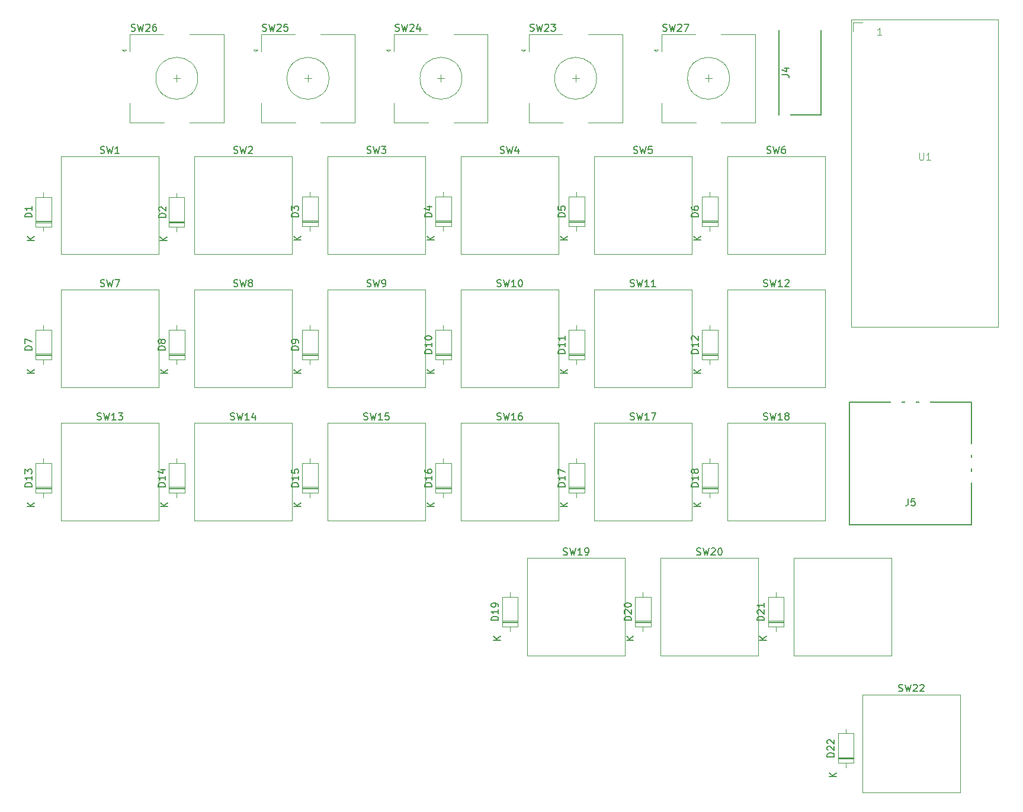
<source format=gbr>
%TF.GenerationSoftware,KiCad,Pcbnew,9.0.0*%
%TF.CreationDate,2025-03-26T22:43:06+09:00*%
%TF.ProjectId,keyboard,6b657962-6f61-4726-942e-6b696361645f,rev?*%
%TF.SameCoordinates,Original*%
%TF.FileFunction,Legend,Top*%
%TF.FilePolarity,Positive*%
%FSLAX46Y46*%
G04 Gerber Fmt 4.6, Leading zero omitted, Abs format (unit mm)*
G04 Created by KiCad (PCBNEW 9.0.0) date 2025-03-26 22:43:06*
%MOMM*%
%LPD*%
G01*
G04 APERTURE LIST*
%ADD10C,0.150000*%
%ADD11C,0.100000*%
%ADD12C,0.120000*%
%ADD13C,2.010000*%
%ADD14O,1.500000X2.000000*%
%ADD15O,2.000000X1.500000*%
%ADD16R,1.600000X1.600000*%
%ADD17O,1.600000X1.600000*%
%ADD18C,1.700000*%
%ADD19C,4.000000*%
%ADD20C,2.200000*%
%ADD21R,2.000000X2.000000*%
%ADD22C,2.000000*%
%ADD23C,2.800000*%
%ADD24R,1.700000X1.700000*%
%ADD25O,1.700000X1.700000*%
%ADD26C,1.200000*%
%ADD27O,1.500000X2.300000*%
G04 APERTURE END LIST*
D10*
X170284819Y-85664285D02*
X169284819Y-85664285D01*
X169284819Y-85664285D02*
X169284819Y-85426190D01*
X169284819Y-85426190D02*
X169332438Y-85283333D01*
X169332438Y-85283333D02*
X169427676Y-85188095D01*
X169427676Y-85188095D02*
X169522914Y-85140476D01*
X169522914Y-85140476D02*
X169713390Y-85092857D01*
X169713390Y-85092857D02*
X169856247Y-85092857D01*
X169856247Y-85092857D02*
X170046723Y-85140476D01*
X170046723Y-85140476D02*
X170141961Y-85188095D01*
X170141961Y-85188095D02*
X170237200Y-85283333D01*
X170237200Y-85283333D02*
X170284819Y-85426190D01*
X170284819Y-85426190D02*
X170284819Y-85664285D01*
X170284819Y-84140476D02*
X170284819Y-84711904D01*
X170284819Y-84426190D02*
X169284819Y-84426190D01*
X169284819Y-84426190D02*
X169427676Y-84521428D01*
X169427676Y-84521428D02*
X169522914Y-84616666D01*
X169522914Y-84616666D02*
X169570533Y-84711904D01*
X169380057Y-83759523D02*
X169332438Y-83711904D01*
X169332438Y-83711904D02*
X169284819Y-83616666D01*
X169284819Y-83616666D02*
X169284819Y-83378571D01*
X169284819Y-83378571D02*
X169332438Y-83283333D01*
X169332438Y-83283333D02*
X169380057Y-83235714D01*
X169380057Y-83235714D02*
X169475295Y-83188095D01*
X169475295Y-83188095D02*
X169570533Y-83188095D01*
X169570533Y-83188095D02*
X169713390Y-83235714D01*
X169713390Y-83235714D02*
X170284819Y-83807142D01*
X170284819Y-83807142D02*
X170284819Y-83188095D01*
X170604819Y-88521904D02*
X169604819Y-88521904D01*
X170604819Y-87950476D02*
X170033390Y-88379047D01*
X169604819Y-87950476D02*
X170176247Y-88521904D01*
X113134819Y-85188094D02*
X112134819Y-85188094D01*
X112134819Y-85188094D02*
X112134819Y-84949999D01*
X112134819Y-84949999D02*
X112182438Y-84807142D01*
X112182438Y-84807142D02*
X112277676Y-84711904D01*
X112277676Y-84711904D02*
X112372914Y-84664285D01*
X112372914Y-84664285D02*
X112563390Y-84616666D01*
X112563390Y-84616666D02*
X112706247Y-84616666D01*
X112706247Y-84616666D02*
X112896723Y-84664285D01*
X112896723Y-84664285D02*
X112991961Y-84711904D01*
X112991961Y-84711904D02*
X113087200Y-84807142D01*
X113087200Y-84807142D02*
X113134819Y-84949999D01*
X113134819Y-84949999D02*
X113134819Y-85188094D01*
X113134819Y-84140475D02*
X113134819Y-83949999D01*
X113134819Y-83949999D02*
X113087200Y-83854761D01*
X113087200Y-83854761D02*
X113039580Y-83807142D01*
X113039580Y-83807142D02*
X112896723Y-83711904D01*
X112896723Y-83711904D02*
X112706247Y-83664285D01*
X112706247Y-83664285D02*
X112325295Y-83664285D01*
X112325295Y-83664285D02*
X112230057Y-83711904D01*
X112230057Y-83711904D02*
X112182438Y-83759523D01*
X112182438Y-83759523D02*
X112134819Y-83854761D01*
X112134819Y-83854761D02*
X112134819Y-84045237D01*
X112134819Y-84045237D02*
X112182438Y-84140475D01*
X112182438Y-84140475D02*
X112230057Y-84188094D01*
X112230057Y-84188094D02*
X112325295Y-84235713D01*
X112325295Y-84235713D02*
X112563390Y-84235713D01*
X112563390Y-84235713D02*
X112658628Y-84188094D01*
X112658628Y-84188094D02*
X112706247Y-84140475D01*
X112706247Y-84140475D02*
X112753866Y-84045237D01*
X112753866Y-84045237D02*
X112753866Y-83854761D01*
X112753866Y-83854761D02*
X112706247Y-83759523D01*
X112706247Y-83759523D02*
X112658628Y-83711904D01*
X112658628Y-83711904D02*
X112563390Y-83664285D01*
X113454819Y-88521904D02*
X112454819Y-88521904D01*
X113454819Y-87950476D02*
X112883390Y-88379047D01*
X112454819Y-87950476D02*
X113026247Y-88521904D01*
X179621476Y-76087200D02*
X179764333Y-76134819D01*
X179764333Y-76134819D02*
X180002428Y-76134819D01*
X180002428Y-76134819D02*
X180097666Y-76087200D01*
X180097666Y-76087200D02*
X180145285Y-76039580D01*
X180145285Y-76039580D02*
X180192904Y-75944342D01*
X180192904Y-75944342D02*
X180192904Y-75849104D01*
X180192904Y-75849104D02*
X180145285Y-75753866D01*
X180145285Y-75753866D02*
X180097666Y-75706247D01*
X180097666Y-75706247D02*
X180002428Y-75658628D01*
X180002428Y-75658628D02*
X179811952Y-75611009D01*
X179811952Y-75611009D02*
X179716714Y-75563390D01*
X179716714Y-75563390D02*
X179669095Y-75515771D01*
X179669095Y-75515771D02*
X179621476Y-75420533D01*
X179621476Y-75420533D02*
X179621476Y-75325295D01*
X179621476Y-75325295D02*
X179669095Y-75230057D01*
X179669095Y-75230057D02*
X179716714Y-75182438D01*
X179716714Y-75182438D02*
X179811952Y-75134819D01*
X179811952Y-75134819D02*
X180050047Y-75134819D01*
X180050047Y-75134819D02*
X180192904Y-75182438D01*
X180526238Y-75134819D02*
X180764333Y-76134819D01*
X180764333Y-76134819D02*
X180954809Y-75420533D01*
X180954809Y-75420533D02*
X181145285Y-76134819D01*
X181145285Y-76134819D02*
X181383381Y-75134819D01*
X182288142Y-76134819D02*
X181716714Y-76134819D01*
X182002428Y-76134819D02*
X182002428Y-75134819D01*
X182002428Y-75134819D02*
X181907190Y-75277676D01*
X181907190Y-75277676D02*
X181811952Y-75372914D01*
X181811952Y-75372914D02*
X181716714Y-75420533D01*
X182669095Y-75230057D02*
X182716714Y-75182438D01*
X182716714Y-75182438D02*
X182811952Y-75134819D01*
X182811952Y-75134819D02*
X183050047Y-75134819D01*
X183050047Y-75134819D02*
X183145285Y-75182438D01*
X183145285Y-75182438D02*
X183192904Y-75230057D01*
X183192904Y-75230057D02*
X183240523Y-75325295D01*
X183240523Y-75325295D02*
X183240523Y-75420533D01*
X183240523Y-75420533D02*
X183192904Y-75563390D01*
X183192904Y-75563390D02*
X182621476Y-76134819D01*
X182621476Y-76134819D02*
X183240523Y-76134819D01*
X170284819Y-66138094D02*
X169284819Y-66138094D01*
X169284819Y-66138094D02*
X169284819Y-65899999D01*
X169284819Y-65899999D02*
X169332438Y-65757142D01*
X169332438Y-65757142D02*
X169427676Y-65661904D01*
X169427676Y-65661904D02*
X169522914Y-65614285D01*
X169522914Y-65614285D02*
X169713390Y-65566666D01*
X169713390Y-65566666D02*
X169856247Y-65566666D01*
X169856247Y-65566666D02*
X170046723Y-65614285D01*
X170046723Y-65614285D02*
X170141961Y-65661904D01*
X170141961Y-65661904D02*
X170237200Y-65757142D01*
X170237200Y-65757142D02*
X170284819Y-65899999D01*
X170284819Y-65899999D02*
X170284819Y-66138094D01*
X169284819Y-64709523D02*
X169284819Y-64899999D01*
X169284819Y-64899999D02*
X169332438Y-64995237D01*
X169332438Y-64995237D02*
X169380057Y-65042856D01*
X169380057Y-65042856D02*
X169522914Y-65138094D01*
X169522914Y-65138094D02*
X169713390Y-65185713D01*
X169713390Y-65185713D02*
X170094342Y-65185713D01*
X170094342Y-65185713D02*
X170189580Y-65138094D01*
X170189580Y-65138094D02*
X170237200Y-65090475D01*
X170237200Y-65090475D02*
X170284819Y-64995237D01*
X170284819Y-64995237D02*
X170284819Y-64804761D01*
X170284819Y-64804761D02*
X170237200Y-64709523D01*
X170237200Y-64709523D02*
X170189580Y-64661904D01*
X170189580Y-64661904D02*
X170094342Y-64614285D01*
X170094342Y-64614285D02*
X169856247Y-64614285D01*
X169856247Y-64614285D02*
X169761009Y-64661904D01*
X169761009Y-64661904D02*
X169713390Y-64709523D01*
X169713390Y-64709523D02*
X169665771Y-64804761D01*
X169665771Y-64804761D02*
X169665771Y-64995237D01*
X169665771Y-64995237D02*
X169713390Y-65090475D01*
X169713390Y-65090475D02*
X169761009Y-65138094D01*
X169761009Y-65138094D02*
X169856247Y-65185713D01*
X170604819Y-69471904D02*
X169604819Y-69471904D01*
X170604819Y-68900476D02*
X170033390Y-69329047D01*
X169604819Y-68900476D02*
X170176247Y-69471904D01*
X103421476Y-95137200D02*
X103564333Y-95184819D01*
X103564333Y-95184819D02*
X103802428Y-95184819D01*
X103802428Y-95184819D02*
X103897666Y-95137200D01*
X103897666Y-95137200D02*
X103945285Y-95089580D01*
X103945285Y-95089580D02*
X103992904Y-94994342D01*
X103992904Y-94994342D02*
X103992904Y-94899104D01*
X103992904Y-94899104D02*
X103945285Y-94803866D01*
X103945285Y-94803866D02*
X103897666Y-94756247D01*
X103897666Y-94756247D02*
X103802428Y-94708628D01*
X103802428Y-94708628D02*
X103611952Y-94661009D01*
X103611952Y-94661009D02*
X103516714Y-94613390D01*
X103516714Y-94613390D02*
X103469095Y-94565771D01*
X103469095Y-94565771D02*
X103421476Y-94470533D01*
X103421476Y-94470533D02*
X103421476Y-94375295D01*
X103421476Y-94375295D02*
X103469095Y-94280057D01*
X103469095Y-94280057D02*
X103516714Y-94232438D01*
X103516714Y-94232438D02*
X103611952Y-94184819D01*
X103611952Y-94184819D02*
X103850047Y-94184819D01*
X103850047Y-94184819D02*
X103992904Y-94232438D01*
X104326238Y-94184819D02*
X104564333Y-95184819D01*
X104564333Y-95184819D02*
X104754809Y-94470533D01*
X104754809Y-94470533D02*
X104945285Y-95184819D01*
X104945285Y-95184819D02*
X105183381Y-94184819D01*
X106088142Y-95184819D02*
X105516714Y-95184819D01*
X105802428Y-95184819D02*
X105802428Y-94184819D01*
X105802428Y-94184819D02*
X105707190Y-94327676D01*
X105707190Y-94327676D02*
X105611952Y-94422914D01*
X105611952Y-94422914D02*
X105516714Y-94470533D01*
X106945285Y-94518152D02*
X106945285Y-95184819D01*
X106707190Y-94137200D02*
X106469095Y-94851485D01*
X106469095Y-94851485D02*
X107088142Y-94851485D01*
X160704819Y-123839285D02*
X159704819Y-123839285D01*
X159704819Y-123839285D02*
X159704819Y-123601190D01*
X159704819Y-123601190D02*
X159752438Y-123458333D01*
X159752438Y-123458333D02*
X159847676Y-123363095D01*
X159847676Y-123363095D02*
X159942914Y-123315476D01*
X159942914Y-123315476D02*
X160133390Y-123267857D01*
X160133390Y-123267857D02*
X160276247Y-123267857D01*
X160276247Y-123267857D02*
X160466723Y-123315476D01*
X160466723Y-123315476D02*
X160561961Y-123363095D01*
X160561961Y-123363095D02*
X160657200Y-123458333D01*
X160657200Y-123458333D02*
X160704819Y-123601190D01*
X160704819Y-123601190D02*
X160704819Y-123839285D01*
X159800057Y-122886904D02*
X159752438Y-122839285D01*
X159752438Y-122839285D02*
X159704819Y-122744047D01*
X159704819Y-122744047D02*
X159704819Y-122505952D01*
X159704819Y-122505952D02*
X159752438Y-122410714D01*
X159752438Y-122410714D02*
X159800057Y-122363095D01*
X159800057Y-122363095D02*
X159895295Y-122315476D01*
X159895295Y-122315476D02*
X159990533Y-122315476D01*
X159990533Y-122315476D02*
X160133390Y-122363095D01*
X160133390Y-122363095D02*
X160704819Y-122934523D01*
X160704819Y-122934523D02*
X160704819Y-122315476D01*
X159704819Y-121696428D02*
X159704819Y-121601190D01*
X159704819Y-121601190D02*
X159752438Y-121505952D01*
X159752438Y-121505952D02*
X159800057Y-121458333D01*
X159800057Y-121458333D02*
X159895295Y-121410714D01*
X159895295Y-121410714D02*
X160085771Y-121363095D01*
X160085771Y-121363095D02*
X160323866Y-121363095D01*
X160323866Y-121363095D02*
X160514342Y-121410714D01*
X160514342Y-121410714D02*
X160609580Y-121458333D01*
X160609580Y-121458333D02*
X160657200Y-121505952D01*
X160657200Y-121505952D02*
X160704819Y-121601190D01*
X160704819Y-121601190D02*
X160704819Y-121696428D01*
X160704819Y-121696428D02*
X160657200Y-121791666D01*
X160657200Y-121791666D02*
X160609580Y-121839285D01*
X160609580Y-121839285D02*
X160514342Y-121886904D01*
X160514342Y-121886904D02*
X160323866Y-121934523D01*
X160323866Y-121934523D02*
X160085771Y-121934523D01*
X160085771Y-121934523D02*
X159895295Y-121886904D01*
X159895295Y-121886904D02*
X159800057Y-121839285D01*
X159800057Y-121839285D02*
X159752438Y-121791666D01*
X159752438Y-121791666D02*
X159704819Y-121696428D01*
X161024819Y-126696904D02*
X160024819Y-126696904D01*
X161024819Y-126125476D02*
X160453390Y-126554047D01*
X160024819Y-126125476D02*
X160596247Y-126696904D01*
X113134819Y-66138094D02*
X112134819Y-66138094D01*
X112134819Y-66138094D02*
X112134819Y-65899999D01*
X112134819Y-65899999D02*
X112182438Y-65757142D01*
X112182438Y-65757142D02*
X112277676Y-65661904D01*
X112277676Y-65661904D02*
X112372914Y-65614285D01*
X112372914Y-65614285D02*
X112563390Y-65566666D01*
X112563390Y-65566666D02*
X112706247Y-65566666D01*
X112706247Y-65566666D02*
X112896723Y-65614285D01*
X112896723Y-65614285D02*
X112991961Y-65661904D01*
X112991961Y-65661904D02*
X113087200Y-65757142D01*
X113087200Y-65757142D02*
X113134819Y-65899999D01*
X113134819Y-65899999D02*
X113134819Y-66138094D01*
X112134819Y-65233332D02*
X112134819Y-64614285D01*
X112134819Y-64614285D02*
X112515771Y-64947618D01*
X112515771Y-64947618D02*
X112515771Y-64804761D01*
X112515771Y-64804761D02*
X112563390Y-64709523D01*
X112563390Y-64709523D02*
X112611009Y-64661904D01*
X112611009Y-64661904D02*
X112706247Y-64614285D01*
X112706247Y-64614285D02*
X112944342Y-64614285D01*
X112944342Y-64614285D02*
X113039580Y-64661904D01*
X113039580Y-64661904D02*
X113087200Y-64709523D01*
X113087200Y-64709523D02*
X113134819Y-64804761D01*
X113134819Y-64804761D02*
X113134819Y-65090475D01*
X113134819Y-65090475D02*
X113087200Y-65185713D01*
X113087200Y-65185713D02*
X113039580Y-65233332D01*
X113454819Y-69471904D02*
X112454819Y-69471904D01*
X113454819Y-68900476D02*
X112883390Y-69329047D01*
X112454819Y-68900476D02*
X113026247Y-69471904D01*
X200279166Y-106442319D02*
X200279166Y-107156604D01*
X200279166Y-107156604D02*
X200231547Y-107299461D01*
X200231547Y-107299461D02*
X200136309Y-107394700D01*
X200136309Y-107394700D02*
X199993452Y-107442319D01*
X199993452Y-107442319D02*
X199898214Y-107442319D01*
X201231547Y-106442319D02*
X200755357Y-106442319D01*
X200755357Y-106442319D02*
X200707738Y-106918509D01*
X200707738Y-106918509D02*
X200755357Y-106870890D01*
X200755357Y-106870890D02*
X200850595Y-106823271D01*
X200850595Y-106823271D02*
X201088690Y-106823271D01*
X201088690Y-106823271D02*
X201183928Y-106870890D01*
X201183928Y-106870890D02*
X201231547Y-106918509D01*
X201231547Y-106918509D02*
X201279166Y-107013747D01*
X201279166Y-107013747D02*
X201279166Y-107251842D01*
X201279166Y-107251842D02*
X201231547Y-107347080D01*
X201231547Y-107347080D02*
X201183928Y-107394700D01*
X201183928Y-107394700D02*
X201088690Y-107442319D01*
X201088690Y-107442319D02*
X200850595Y-107442319D01*
X200850595Y-107442319D02*
X200755357Y-107394700D01*
X200755357Y-107394700D02*
X200707738Y-107347080D01*
X179621476Y-95137200D02*
X179764333Y-95184819D01*
X179764333Y-95184819D02*
X180002428Y-95184819D01*
X180002428Y-95184819D02*
X180097666Y-95137200D01*
X180097666Y-95137200D02*
X180145285Y-95089580D01*
X180145285Y-95089580D02*
X180192904Y-94994342D01*
X180192904Y-94994342D02*
X180192904Y-94899104D01*
X180192904Y-94899104D02*
X180145285Y-94803866D01*
X180145285Y-94803866D02*
X180097666Y-94756247D01*
X180097666Y-94756247D02*
X180002428Y-94708628D01*
X180002428Y-94708628D02*
X179811952Y-94661009D01*
X179811952Y-94661009D02*
X179716714Y-94613390D01*
X179716714Y-94613390D02*
X179669095Y-94565771D01*
X179669095Y-94565771D02*
X179621476Y-94470533D01*
X179621476Y-94470533D02*
X179621476Y-94375295D01*
X179621476Y-94375295D02*
X179669095Y-94280057D01*
X179669095Y-94280057D02*
X179716714Y-94232438D01*
X179716714Y-94232438D02*
X179811952Y-94184819D01*
X179811952Y-94184819D02*
X180050047Y-94184819D01*
X180050047Y-94184819D02*
X180192904Y-94232438D01*
X180526238Y-94184819D02*
X180764333Y-95184819D01*
X180764333Y-95184819D02*
X180954809Y-94470533D01*
X180954809Y-94470533D02*
X181145285Y-95184819D01*
X181145285Y-95184819D02*
X181383381Y-94184819D01*
X182288142Y-95184819D02*
X181716714Y-95184819D01*
X182002428Y-95184819D02*
X182002428Y-94184819D01*
X182002428Y-94184819D02*
X181907190Y-94327676D01*
X181907190Y-94327676D02*
X181811952Y-94422914D01*
X181811952Y-94422914D02*
X181716714Y-94470533D01*
X182859571Y-94613390D02*
X182764333Y-94565771D01*
X182764333Y-94565771D02*
X182716714Y-94518152D01*
X182716714Y-94518152D02*
X182669095Y-94422914D01*
X182669095Y-94422914D02*
X182669095Y-94375295D01*
X182669095Y-94375295D02*
X182716714Y-94280057D01*
X182716714Y-94280057D02*
X182764333Y-94232438D01*
X182764333Y-94232438D02*
X182859571Y-94184819D01*
X182859571Y-94184819D02*
X183050047Y-94184819D01*
X183050047Y-94184819D02*
X183145285Y-94232438D01*
X183145285Y-94232438D02*
X183192904Y-94280057D01*
X183192904Y-94280057D02*
X183240523Y-94375295D01*
X183240523Y-94375295D02*
X183240523Y-94422914D01*
X183240523Y-94422914D02*
X183192904Y-94518152D01*
X183192904Y-94518152D02*
X183145285Y-94565771D01*
X183145285Y-94565771D02*
X183050047Y-94613390D01*
X183050047Y-94613390D02*
X182859571Y-94613390D01*
X182859571Y-94613390D02*
X182764333Y-94661009D01*
X182764333Y-94661009D02*
X182716714Y-94708628D01*
X182716714Y-94708628D02*
X182669095Y-94803866D01*
X182669095Y-94803866D02*
X182669095Y-94994342D01*
X182669095Y-94994342D02*
X182716714Y-95089580D01*
X182716714Y-95089580D02*
X182764333Y-95137200D01*
X182764333Y-95137200D02*
X182859571Y-95184819D01*
X182859571Y-95184819D02*
X183050047Y-95184819D01*
X183050047Y-95184819D02*
X183145285Y-95137200D01*
X183145285Y-95137200D02*
X183192904Y-95089580D01*
X183192904Y-95089580D02*
X183240523Y-94994342D01*
X183240523Y-94994342D02*
X183240523Y-94803866D01*
X183240523Y-94803866D02*
X183192904Y-94708628D01*
X183192904Y-94708628D02*
X183145285Y-94661009D01*
X183145285Y-94661009D02*
X183050047Y-94613390D01*
X75034819Y-104714285D02*
X74034819Y-104714285D01*
X74034819Y-104714285D02*
X74034819Y-104476190D01*
X74034819Y-104476190D02*
X74082438Y-104333333D01*
X74082438Y-104333333D02*
X74177676Y-104238095D01*
X74177676Y-104238095D02*
X74272914Y-104190476D01*
X74272914Y-104190476D02*
X74463390Y-104142857D01*
X74463390Y-104142857D02*
X74606247Y-104142857D01*
X74606247Y-104142857D02*
X74796723Y-104190476D01*
X74796723Y-104190476D02*
X74891961Y-104238095D01*
X74891961Y-104238095D02*
X74987200Y-104333333D01*
X74987200Y-104333333D02*
X75034819Y-104476190D01*
X75034819Y-104476190D02*
X75034819Y-104714285D01*
X75034819Y-103190476D02*
X75034819Y-103761904D01*
X75034819Y-103476190D02*
X74034819Y-103476190D01*
X74034819Y-103476190D02*
X74177676Y-103571428D01*
X74177676Y-103571428D02*
X74272914Y-103666666D01*
X74272914Y-103666666D02*
X74320533Y-103761904D01*
X74034819Y-102857142D02*
X74034819Y-102238095D01*
X74034819Y-102238095D02*
X74415771Y-102571428D01*
X74415771Y-102571428D02*
X74415771Y-102428571D01*
X74415771Y-102428571D02*
X74463390Y-102333333D01*
X74463390Y-102333333D02*
X74511009Y-102285714D01*
X74511009Y-102285714D02*
X74606247Y-102238095D01*
X74606247Y-102238095D02*
X74844342Y-102238095D01*
X74844342Y-102238095D02*
X74939580Y-102285714D01*
X74939580Y-102285714D02*
X74987200Y-102333333D01*
X74987200Y-102333333D02*
X75034819Y-102428571D01*
X75034819Y-102428571D02*
X75034819Y-102714285D01*
X75034819Y-102714285D02*
X74987200Y-102809523D01*
X74987200Y-102809523D02*
X74939580Y-102857142D01*
X75354819Y-107571904D02*
X74354819Y-107571904D01*
X75354819Y-107000476D02*
X74783390Y-107429047D01*
X74354819Y-107000476D02*
X74926247Y-107571904D01*
X75034819Y-66183094D02*
X74034819Y-66183094D01*
X74034819Y-66183094D02*
X74034819Y-65944999D01*
X74034819Y-65944999D02*
X74082438Y-65802142D01*
X74082438Y-65802142D02*
X74177676Y-65706904D01*
X74177676Y-65706904D02*
X74272914Y-65659285D01*
X74272914Y-65659285D02*
X74463390Y-65611666D01*
X74463390Y-65611666D02*
X74606247Y-65611666D01*
X74606247Y-65611666D02*
X74796723Y-65659285D01*
X74796723Y-65659285D02*
X74891961Y-65706904D01*
X74891961Y-65706904D02*
X74987200Y-65802142D01*
X74987200Y-65802142D02*
X75034819Y-65944999D01*
X75034819Y-65944999D02*
X75034819Y-66183094D01*
X75034819Y-64659285D02*
X75034819Y-65230713D01*
X75034819Y-64944999D02*
X74034819Y-64944999D01*
X74034819Y-64944999D02*
X74177676Y-65040237D01*
X74177676Y-65040237D02*
X74272914Y-65135475D01*
X74272914Y-65135475D02*
X74320533Y-65230713D01*
X75354819Y-69516904D02*
X74354819Y-69516904D01*
X75354819Y-68945476D02*
X74783390Y-69374047D01*
X74354819Y-68945476D02*
X74926247Y-69516904D01*
X160571476Y-95137200D02*
X160714333Y-95184819D01*
X160714333Y-95184819D02*
X160952428Y-95184819D01*
X160952428Y-95184819D02*
X161047666Y-95137200D01*
X161047666Y-95137200D02*
X161095285Y-95089580D01*
X161095285Y-95089580D02*
X161142904Y-94994342D01*
X161142904Y-94994342D02*
X161142904Y-94899104D01*
X161142904Y-94899104D02*
X161095285Y-94803866D01*
X161095285Y-94803866D02*
X161047666Y-94756247D01*
X161047666Y-94756247D02*
X160952428Y-94708628D01*
X160952428Y-94708628D02*
X160761952Y-94661009D01*
X160761952Y-94661009D02*
X160666714Y-94613390D01*
X160666714Y-94613390D02*
X160619095Y-94565771D01*
X160619095Y-94565771D02*
X160571476Y-94470533D01*
X160571476Y-94470533D02*
X160571476Y-94375295D01*
X160571476Y-94375295D02*
X160619095Y-94280057D01*
X160619095Y-94280057D02*
X160666714Y-94232438D01*
X160666714Y-94232438D02*
X160761952Y-94184819D01*
X160761952Y-94184819D02*
X161000047Y-94184819D01*
X161000047Y-94184819D02*
X161142904Y-94232438D01*
X161476238Y-94184819D02*
X161714333Y-95184819D01*
X161714333Y-95184819D02*
X161904809Y-94470533D01*
X161904809Y-94470533D02*
X162095285Y-95184819D01*
X162095285Y-95184819D02*
X162333381Y-94184819D01*
X163238142Y-95184819D02*
X162666714Y-95184819D01*
X162952428Y-95184819D02*
X162952428Y-94184819D01*
X162952428Y-94184819D02*
X162857190Y-94327676D01*
X162857190Y-94327676D02*
X162761952Y-94422914D01*
X162761952Y-94422914D02*
X162666714Y-94470533D01*
X163571476Y-94184819D02*
X164238142Y-94184819D01*
X164238142Y-94184819D02*
X163809571Y-95184819D01*
X107990476Y-39557200D02*
X108133333Y-39604819D01*
X108133333Y-39604819D02*
X108371428Y-39604819D01*
X108371428Y-39604819D02*
X108466666Y-39557200D01*
X108466666Y-39557200D02*
X108514285Y-39509580D01*
X108514285Y-39509580D02*
X108561904Y-39414342D01*
X108561904Y-39414342D02*
X108561904Y-39319104D01*
X108561904Y-39319104D02*
X108514285Y-39223866D01*
X108514285Y-39223866D02*
X108466666Y-39176247D01*
X108466666Y-39176247D02*
X108371428Y-39128628D01*
X108371428Y-39128628D02*
X108180952Y-39081009D01*
X108180952Y-39081009D02*
X108085714Y-39033390D01*
X108085714Y-39033390D02*
X108038095Y-38985771D01*
X108038095Y-38985771D02*
X107990476Y-38890533D01*
X107990476Y-38890533D02*
X107990476Y-38795295D01*
X107990476Y-38795295D02*
X108038095Y-38700057D01*
X108038095Y-38700057D02*
X108085714Y-38652438D01*
X108085714Y-38652438D02*
X108180952Y-38604819D01*
X108180952Y-38604819D02*
X108419047Y-38604819D01*
X108419047Y-38604819D02*
X108561904Y-38652438D01*
X108895238Y-38604819D02*
X109133333Y-39604819D01*
X109133333Y-39604819D02*
X109323809Y-38890533D01*
X109323809Y-38890533D02*
X109514285Y-39604819D01*
X109514285Y-39604819D02*
X109752381Y-38604819D01*
X110085714Y-38700057D02*
X110133333Y-38652438D01*
X110133333Y-38652438D02*
X110228571Y-38604819D01*
X110228571Y-38604819D02*
X110466666Y-38604819D01*
X110466666Y-38604819D02*
X110561904Y-38652438D01*
X110561904Y-38652438D02*
X110609523Y-38700057D01*
X110609523Y-38700057D02*
X110657142Y-38795295D01*
X110657142Y-38795295D02*
X110657142Y-38890533D01*
X110657142Y-38890533D02*
X110609523Y-39033390D01*
X110609523Y-39033390D02*
X110038095Y-39604819D01*
X110038095Y-39604819D02*
X110657142Y-39604819D01*
X111561904Y-38604819D02*
X111085714Y-38604819D01*
X111085714Y-38604819D02*
X111038095Y-39081009D01*
X111038095Y-39081009D02*
X111085714Y-39033390D01*
X111085714Y-39033390D02*
X111180952Y-38985771D01*
X111180952Y-38985771D02*
X111419047Y-38985771D01*
X111419047Y-38985771D02*
X111514285Y-39033390D01*
X111514285Y-39033390D02*
X111561904Y-39081009D01*
X111561904Y-39081009D02*
X111609523Y-39176247D01*
X111609523Y-39176247D02*
X111609523Y-39414342D01*
X111609523Y-39414342D02*
X111561904Y-39509580D01*
X111561904Y-39509580D02*
X111514285Y-39557200D01*
X111514285Y-39557200D02*
X111419047Y-39604819D01*
X111419047Y-39604819D02*
X111180952Y-39604819D01*
X111180952Y-39604819D02*
X111085714Y-39557200D01*
X111085714Y-39557200D02*
X111038095Y-39509580D01*
X179704819Y-123839285D02*
X178704819Y-123839285D01*
X178704819Y-123839285D02*
X178704819Y-123601190D01*
X178704819Y-123601190D02*
X178752438Y-123458333D01*
X178752438Y-123458333D02*
X178847676Y-123363095D01*
X178847676Y-123363095D02*
X178942914Y-123315476D01*
X178942914Y-123315476D02*
X179133390Y-123267857D01*
X179133390Y-123267857D02*
X179276247Y-123267857D01*
X179276247Y-123267857D02*
X179466723Y-123315476D01*
X179466723Y-123315476D02*
X179561961Y-123363095D01*
X179561961Y-123363095D02*
X179657200Y-123458333D01*
X179657200Y-123458333D02*
X179704819Y-123601190D01*
X179704819Y-123601190D02*
X179704819Y-123839285D01*
X178800057Y-122886904D02*
X178752438Y-122839285D01*
X178752438Y-122839285D02*
X178704819Y-122744047D01*
X178704819Y-122744047D02*
X178704819Y-122505952D01*
X178704819Y-122505952D02*
X178752438Y-122410714D01*
X178752438Y-122410714D02*
X178800057Y-122363095D01*
X178800057Y-122363095D02*
X178895295Y-122315476D01*
X178895295Y-122315476D02*
X178990533Y-122315476D01*
X178990533Y-122315476D02*
X179133390Y-122363095D01*
X179133390Y-122363095D02*
X179704819Y-122934523D01*
X179704819Y-122934523D02*
X179704819Y-122315476D01*
X179704819Y-121363095D02*
X179704819Y-121934523D01*
X179704819Y-121648809D02*
X178704819Y-121648809D01*
X178704819Y-121648809D02*
X178847676Y-121744047D01*
X178847676Y-121744047D02*
X178942914Y-121839285D01*
X178942914Y-121839285D02*
X178990533Y-121934523D01*
X180024819Y-126696904D02*
X179024819Y-126696904D01*
X180024819Y-126125476D02*
X179453390Y-126554047D01*
X179024819Y-126125476D02*
X179596247Y-126696904D01*
X170061476Y-114457200D02*
X170204333Y-114504819D01*
X170204333Y-114504819D02*
X170442428Y-114504819D01*
X170442428Y-114504819D02*
X170537666Y-114457200D01*
X170537666Y-114457200D02*
X170585285Y-114409580D01*
X170585285Y-114409580D02*
X170632904Y-114314342D01*
X170632904Y-114314342D02*
X170632904Y-114219104D01*
X170632904Y-114219104D02*
X170585285Y-114123866D01*
X170585285Y-114123866D02*
X170537666Y-114076247D01*
X170537666Y-114076247D02*
X170442428Y-114028628D01*
X170442428Y-114028628D02*
X170251952Y-113981009D01*
X170251952Y-113981009D02*
X170156714Y-113933390D01*
X170156714Y-113933390D02*
X170109095Y-113885771D01*
X170109095Y-113885771D02*
X170061476Y-113790533D01*
X170061476Y-113790533D02*
X170061476Y-113695295D01*
X170061476Y-113695295D02*
X170109095Y-113600057D01*
X170109095Y-113600057D02*
X170156714Y-113552438D01*
X170156714Y-113552438D02*
X170251952Y-113504819D01*
X170251952Y-113504819D02*
X170490047Y-113504819D01*
X170490047Y-113504819D02*
X170632904Y-113552438D01*
X170966238Y-113504819D02*
X171204333Y-114504819D01*
X171204333Y-114504819D02*
X171394809Y-113790533D01*
X171394809Y-113790533D02*
X171585285Y-114504819D01*
X171585285Y-114504819D02*
X171823381Y-113504819D01*
X172156714Y-113600057D02*
X172204333Y-113552438D01*
X172204333Y-113552438D02*
X172299571Y-113504819D01*
X172299571Y-113504819D02*
X172537666Y-113504819D01*
X172537666Y-113504819D02*
X172632904Y-113552438D01*
X172632904Y-113552438D02*
X172680523Y-113600057D01*
X172680523Y-113600057D02*
X172728142Y-113695295D01*
X172728142Y-113695295D02*
X172728142Y-113790533D01*
X172728142Y-113790533D02*
X172680523Y-113933390D01*
X172680523Y-113933390D02*
X172109095Y-114504819D01*
X172109095Y-114504819D02*
X172728142Y-114504819D01*
X173347190Y-113504819D02*
X173442428Y-113504819D01*
X173442428Y-113504819D02*
X173537666Y-113552438D01*
X173537666Y-113552438D02*
X173585285Y-113600057D01*
X173585285Y-113600057D02*
X173632904Y-113695295D01*
X173632904Y-113695295D02*
X173680523Y-113885771D01*
X173680523Y-113885771D02*
X173680523Y-114123866D01*
X173680523Y-114123866D02*
X173632904Y-114314342D01*
X173632904Y-114314342D02*
X173585285Y-114409580D01*
X173585285Y-114409580D02*
X173537666Y-114457200D01*
X173537666Y-114457200D02*
X173442428Y-114504819D01*
X173442428Y-114504819D02*
X173347190Y-114504819D01*
X173347190Y-114504819D02*
X173251952Y-114457200D01*
X173251952Y-114457200D02*
X173204333Y-114409580D01*
X173204333Y-114409580D02*
X173156714Y-114314342D01*
X173156714Y-114314342D02*
X173109095Y-114123866D01*
X173109095Y-114123866D02*
X173109095Y-113885771D01*
X173109095Y-113885771D02*
X173156714Y-113695295D01*
X173156714Y-113695295D02*
X173204333Y-113600057D01*
X173204333Y-113600057D02*
X173251952Y-113552438D01*
X173251952Y-113552438D02*
X173347190Y-113504819D01*
X84847667Y-57037200D02*
X84990524Y-57084819D01*
X84990524Y-57084819D02*
X85228619Y-57084819D01*
X85228619Y-57084819D02*
X85323857Y-57037200D01*
X85323857Y-57037200D02*
X85371476Y-56989580D01*
X85371476Y-56989580D02*
X85419095Y-56894342D01*
X85419095Y-56894342D02*
X85419095Y-56799104D01*
X85419095Y-56799104D02*
X85371476Y-56703866D01*
X85371476Y-56703866D02*
X85323857Y-56656247D01*
X85323857Y-56656247D02*
X85228619Y-56608628D01*
X85228619Y-56608628D02*
X85038143Y-56561009D01*
X85038143Y-56561009D02*
X84942905Y-56513390D01*
X84942905Y-56513390D02*
X84895286Y-56465771D01*
X84895286Y-56465771D02*
X84847667Y-56370533D01*
X84847667Y-56370533D02*
X84847667Y-56275295D01*
X84847667Y-56275295D02*
X84895286Y-56180057D01*
X84895286Y-56180057D02*
X84942905Y-56132438D01*
X84942905Y-56132438D02*
X85038143Y-56084819D01*
X85038143Y-56084819D02*
X85276238Y-56084819D01*
X85276238Y-56084819D02*
X85419095Y-56132438D01*
X85752429Y-56084819D02*
X85990524Y-57084819D01*
X85990524Y-57084819D02*
X86181000Y-56370533D01*
X86181000Y-56370533D02*
X86371476Y-57084819D01*
X86371476Y-57084819D02*
X86609572Y-56084819D01*
X87514333Y-57084819D02*
X86942905Y-57084819D01*
X87228619Y-57084819D02*
X87228619Y-56084819D01*
X87228619Y-56084819D02*
X87133381Y-56227676D01*
X87133381Y-56227676D02*
X87038143Y-56322914D01*
X87038143Y-56322914D02*
X86942905Y-56370533D01*
X146240476Y-39557200D02*
X146383333Y-39604819D01*
X146383333Y-39604819D02*
X146621428Y-39604819D01*
X146621428Y-39604819D02*
X146716666Y-39557200D01*
X146716666Y-39557200D02*
X146764285Y-39509580D01*
X146764285Y-39509580D02*
X146811904Y-39414342D01*
X146811904Y-39414342D02*
X146811904Y-39319104D01*
X146811904Y-39319104D02*
X146764285Y-39223866D01*
X146764285Y-39223866D02*
X146716666Y-39176247D01*
X146716666Y-39176247D02*
X146621428Y-39128628D01*
X146621428Y-39128628D02*
X146430952Y-39081009D01*
X146430952Y-39081009D02*
X146335714Y-39033390D01*
X146335714Y-39033390D02*
X146288095Y-38985771D01*
X146288095Y-38985771D02*
X146240476Y-38890533D01*
X146240476Y-38890533D02*
X146240476Y-38795295D01*
X146240476Y-38795295D02*
X146288095Y-38700057D01*
X146288095Y-38700057D02*
X146335714Y-38652438D01*
X146335714Y-38652438D02*
X146430952Y-38604819D01*
X146430952Y-38604819D02*
X146669047Y-38604819D01*
X146669047Y-38604819D02*
X146811904Y-38652438D01*
X147145238Y-38604819D02*
X147383333Y-39604819D01*
X147383333Y-39604819D02*
X147573809Y-38890533D01*
X147573809Y-38890533D02*
X147764285Y-39604819D01*
X147764285Y-39604819D02*
X148002381Y-38604819D01*
X148335714Y-38700057D02*
X148383333Y-38652438D01*
X148383333Y-38652438D02*
X148478571Y-38604819D01*
X148478571Y-38604819D02*
X148716666Y-38604819D01*
X148716666Y-38604819D02*
X148811904Y-38652438D01*
X148811904Y-38652438D02*
X148859523Y-38700057D01*
X148859523Y-38700057D02*
X148907142Y-38795295D01*
X148907142Y-38795295D02*
X148907142Y-38890533D01*
X148907142Y-38890533D02*
X148859523Y-39033390D01*
X148859523Y-39033390D02*
X148288095Y-39604819D01*
X148288095Y-39604819D02*
X148907142Y-39604819D01*
X149240476Y-38604819D02*
X149859523Y-38604819D01*
X149859523Y-38604819D02*
X149526190Y-38985771D01*
X149526190Y-38985771D02*
X149669047Y-38985771D01*
X149669047Y-38985771D02*
X149764285Y-39033390D01*
X149764285Y-39033390D02*
X149811904Y-39081009D01*
X149811904Y-39081009D02*
X149859523Y-39176247D01*
X149859523Y-39176247D02*
X149859523Y-39414342D01*
X149859523Y-39414342D02*
X149811904Y-39509580D01*
X149811904Y-39509580D02*
X149764285Y-39557200D01*
X149764285Y-39557200D02*
X149669047Y-39604819D01*
X149669047Y-39604819D02*
X149383333Y-39604819D01*
X149383333Y-39604819D02*
X149288095Y-39557200D01*
X149288095Y-39557200D02*
X149240476Y-39509580D01*
X160571476Y-76087200D02*
X160714333Y-76134819D01*
X160714333Y-76134819D02*
X160952428Y-76134819D01*
X160952428Y-76134819D02*
X161047666Y-76087200D01*
X161047666Y-76087200D02*
X161095285Y-76039580D01*
X161095285Y-76039580D02*
X161142904Y-75944342D01*
X161142904Y-75944342D02*
X161142904Y-75849104D01*
X161142904Y-75849104D02*
X161095285Y-75753866D01*
X161095285Y-75753866D02*
X161047666Y-75706247D01*
X161047666Y-75706247D02*
X160952428Y-75658628D01*
X160952428Y-75658628D02*
X160761952Y-75611009D01*
X160761952Y-75611009D02*
X160666714Y-75563390D01*
X160666714Y-75563390D02*
X160619095Y-75515771D01*
X160619095Y-75515771D02*
X160571476Y-75420533D01*
X160571476Y-75420533D02*
X160571476Y-75325295D01*
X160571476Y-75325295D02*
X160619095Y-75230057D01*
X160619095Y-75230057D02*
X160666714Y-75182438D01*
X160666714Y-75182438D02*
X160761952Y-75134819D01*
X160761952Y-75134819D02*
X161000047Y-75134819D01*
X161000047Y-75134819D02*
X161142904Y-75182438D01*
X161476238Y-75134819D02*
X161714333Y-76134819D01*
X161714333Y-76134819D02*
X161904809Y-75420533D01*
X161904809Y-75420533D02*
X162095285Y-76134819D01*
X162095285Y-76134819D02*
X162333381Y-75134819D01*
X163238142Y-76134819D02*
X162666714Y-76134819D01*
X162952428Y-76134819D02*
X162952428Y-75134819D01*
X162952428Y-75134819D02*
X162857190Y-75277676D01*
X162857190Y-75277676D02*
X162761952Y-75372914D01*
X162761952Y-75372914D02*
X162666714Y-75420533D01*
X164190523Y-76134819D02*
X163619095Y-76134819D01*
X163904809Y-76134819D02*
X163904809Y-75134819D01*
X163904809Y-75134819D02*
X163809571Y-75277676D01*
X163809571Y-75277676D02*
X163714333Y-75372914D01*
X163714333Y-75372914D02*
X163619095Y-75420533D01*
X151234819Y-104714285D02*
X150234819Y-104714285D01*
X150234819Y-104714285D02*
X150234819Y-104476190D01*
X150234819Y-104476190D02*
X150282438Y-104333333D01*
X150282438Y-104333333D02*
X150377676Y-104238095D01*
X150377676Y-104238095D02*
X150472914Y-104190476D01*
X150472914Y-104190476D02*
X150663390Y-104142857D01*
X150663390Y-104142857D02*
X150806247Y-104142857D01*
X150806247Y-104142857D02*
X150996723Y-104190476D01*
X150996723Y-104190476D02*
X151091961Y-104238095D01*
X151091961Y-104238095D02*
X151187200Y-104333333D01*
X151187200Y-104333333D02*
X151234819Y-104476190D01*
X151234819Y-104476190D02*
X151234819Y-104714285D01*
X151234819Y-103190476D02*
X151234819Y-103761904D01*
X151234819Y-103476190D02*
X150234819Y-103476190D01*
X150234819Y-103476190D02*
X150377676Y-103571428D01*
X150377676Y-103571428D02*
X150472914Y-103666666D01*
X150472914Y-103666666D02*
X150520533Y-103761904D01*
X150234819Y-102857142D02*
X150234819Y-102190476D01*
X150234819Y-102190476D02*
X151234819Y-102619047D01*
X151554819Y-107571904D02*
X150554819Y-107571904D01*
X151554819Y-107000476D02*
X150983390Y-107429047D01*
X150554819Y-107000476D02*
X151126247Y-107571904D01*
X151234819Y-66138094D02*
X150234819Y-66138094D01*
X150234819Y-66138094D02*
X150234819Y-65899999D01*
X150234819Y-65899999D02*
X150282438Y-65757142D01*
X150282438Y-65757142D02*
X150377676Y-65661904D01*
X150377676Y-65661904D02*
X150472914Y-65614285D01*
X150472914Y-65614285D02*
X150663390Y-65566666D01*
X150663390Y-65566666D02*
X150806247Y-65566666D01*
X150806247Y-65566666D02*
X150996723Y-65614285D01*
X150996723Y-65614285D02*
X151091961Y-65661904D01*
X151091961Y-65661904D02*
X151187200Y-65757142D01*
X151187200Y-65757142D02*
X151234819Y-65899999D01*
X151234819Y-65899999D02*
X151234819Y-66138094D01*
X150234819Y-64661904D02*
X150234819Y-65138094D01*
X150234819Y-65138094D02*
X150711009Y-65185713D01*
X150711009Y-65185713D02*
X150663390Y-65138094D01*
X150663390Y-65138094D02*
X150615771Y-65042856D01*
X150615771Y-65042856D02*
X150615771Y-64804761D01*
X150615771Y-64804761D02*
X150663390Y-64709523D01*
X150663390Y-64709523D02*
X150711009Y-64661904D01*
X150711009Y-64661904D02*
X150806247Y-64614285D01*
X150806247Y-64614285D02*
X151044342Y-64614285D01*
X151044342Y-64614285D02*
X151139580Y-64661904D01*
X151139580Y-64661904D02*
X151187200Y-64709523D01*
X151187200Y-64709523D02*
X151234819Y-64804761D01*
X151234819Y-64804761D02*
X151234819Y-65042856D01*
X151234819Y-65042856D02*
X151187200Y-65138094D01*
X151187200Y-65138094D02*
X151139580Y-65185713D01*
X151554819Y-69471904D02*
X150554819Y-69471904D01*
X151554819Y-68900476D02*
X150983390Y-69329047D01*
X150554819Y-68900476D02*
X151126247Y-69471904D01*
X141704819Y-123839285D02*
X140704819Y-123839285D01*
X140704819Y-123839285D02*
X140704819Y-123601190D01*
X140704819Y-123601190D02*
X140752438Y-123458333D01*
X140752438Y-123458333D02*
X140847676Y-123363095D01*
X140847676Y-123363095D02*
X140942914Y-123315476D01*
X140942914Y-123315476D02*
X141133390Y-123267857D01*
X141133390Y-123267857D02*
X141276247Y-123267857D01*
X141276247Y-123267857D02*
X141466723Y-123315476D01*
X141466723Y-123315476D02*
X141561961Y-123363095D01*
X141561961Y-123363095D02*
X141657200Y-123458333D01*
X141657200Y-123458333D02*
X141704819Y-123601190D01*
X141704819Y-123601190D02*
X141704819Y-123839285D01*
X141704819Y-122315476D02*
X141704819Y-122886904D01*
X141704819Y-122601190D02*
X140704819Y-122601190D01*
X140704819Y-122601190D02*
X140847676Y-122696428D01*
X140847676Y-122696428D02*
X140942914Y-122791666D01*
X140942914Y-122791666D02*
X140990533Y-122886904D01*
X141704819Y-121839285D02*
X141704819Y-121648809D01*
X141704819Y-121648809D02*
X141657200Y-121553571D01*
X141657200Y-121553571D02*
X141609580Y-121505952D01*
X141609580Y-121505952D02*
X141466723Y-121410714D01*
X141466723Y-121410714D02*
X141276247Y-121363095D01*
X141276247Y-121363095D02*
X140895295Y-121363095D01*
X140895295Y-121363095D02*
X140800057Y-121410714D01*
X140800057Y-121410714D02*
X140752438Y-121458333D01*
X140752438Y-121458333D02*
X140704819Y-121553571D01*
X140704819Y-121553571D02*
X140704819Y-121744047D01*
X140704819Y-121744047D02*
X140752438Y-121839285D01*
X140752438Y-121839285D02*
X140800057Y-121886904D01*
X140800057Y-121886904D02*
X140895295Y-121934523D01*
X140895295Y-121934523D02*
X141133390Y-121934523D01*
X141133390Y-121934523D02*
X141228628Y-121886904D01*
X141228628Y-121886904D02*
X141276247Y-121839285D01*
X141276247Y-121839285D02*
X141323866Y-121744047D01*
X141323866Y-121744047D02*
X141323866Y-121553571D01*
X141323866Y-121553571D02*
X141276247Y-121458333D01*
X141276247Y-121458333D02*
X141228628Y-121410714D01*
X141228628Y-121410714D02*
X141133390Y-121363095D01*
X142024819Y-126696904D02*
X141024819Y-126696904D01*
X142024819Y-126125476D02*
X141453390Y-126554047D01*
X141024819Y-126125476D02*
X141596247Y-126696904D01*
X122947667Y-76087200D02*
X123090524Y-76134819D01*
X123090524Y-76134819D02*
X123328619Y-76134819D01*
X123328619Y-76134819D02*
X123423857Y-76087200D01*
X123423857Y-76087200D02*
X123471476Y-76039580D01*
X123471476Y-76039580D02*
X123519095Y-75944342D01*
X123519095Y-75944342D02*
X123519095Y-75849104D01*
X123519095Y-75849104D02*
X123471476Y-75753866D01*
X123471476Y-75753866D02*
X123423857Y-75706247D01*
X123423857Y-75706247D02*
X123328619Y-75658628D01*
X123328619Y-75658628D02*
X123138143Y-75611009D01*
X123138143Y-75611009D02*
X123042905Y-75563390D01*
X123042905Y-75563390D02*
X122995286Y-75515771D01*
X122995286Y-75515771D02*
X122947667Y-75420533D01*
X122947667Y-75420533D02*
X122947667Y-75325295D01*
X122947667Y-75325295D02*
X122995286Y-75230057D01*
X122995286Y-75230057D02*
X123042905Y-75182438D01*
X123042905Y-75182438D02*
X123138143Y-75134819D01*
X123138143Y-75134819D02*
X123376238Y-75134819D01*
X123376238Y-75134819D02*
X123519095Y-75182438D01*
X123852429Y-75134819D02*
X124090524Y-76134819D01*
X124090524Y-76134819D02*
X124281000Y-75420533D01*
X124281000Y-75420533D02*
X124471476Y-76134819D01*
X124471476Y-76134819D02*
X124709572Y-75134819D01*
X125138143Y-76134819D02*
X125328619Y-76134819D01*
X125328619Y-76134819D02*
X125423857Y-76087200D01*
X125423857Y-76087200D02*
X125471476Y-76039580D01*
X125471476Y-76039580D02*
X125566714Y-75896723D01*
X125566714Y-75896723D02*
X125614333Y-75706247D01*
X125614333Y-75706247D02*
X125614333Y-75325295D01*
X125614333Y-75325295D02*
X125566714Y-75230057D01*
X125566714Y-75230057D02*
X125519095Y-75182438D01*
X125519095Y-75182438D02*
X125423857Y-75134819D01*
X125423857Y-75134819D02*
X125233381Y-75134819D01*
X125233381Y-75134819D02*
X125138143Y-75182438D01*
X125138143Y-75182438D02*
X125090524Y-75230057D01*
X125090524Y-75230057D02*
X125042905Y-75325295D01*
X125042905Y-75325295D02*
X125042905Y-75563390D01*
X125042905Y-75563390D02*
X125090524Y-75658628D01*
X125090524Y-75658628D02*
X125138143Y-75706247D01*
X125138143Y-75706247D02*
X125233381Y-75753866D01*
X125233381Y-75753866D02*
X125423857Y-75753866D01*
X125423857Y-75753866D02*
X125519095Y-75706247D01*
X125519095Y-75706247D02*
X125566714Y-75658628D01*
X125566714Y-75658628D02*
X125614333Y-75563390D01*
X141521476Y-76087200D02*
X141664333Y-76134819D01*
X141664333Y-76134819D02*
X141902428Y-76134819D01*
X141902428Y-76134819D02*
X141997666Y-76087200D01*
X141997666Y-76087200D02*
X142045285Y-76039580D01*
X142045285Y-76039580D02*
X142092904Y-75944342D01*
X142092904Y-75944342D02*
X142092904Y-75849104D01*
X142092904Y-75849104D02*
X142045285Y-75753866D01*
X142045285Y-75753866D02*
X141997666Y-75706247D01*
X141997666Y-75706247D02*
X141902428Y-75658628D01*
X141902428Y-75658628D02*
X141711952Y-75611009D01*
X141711952Y-75611009D02*
X141616714Y-75563390D01*
X141616714Y-75563390D02*
X141569095Y-75515771D01*
X141569095Y-75515771D02*
X141521476Y-75420533D01*
X141521476Y-75420533D02*
X141521476Y-75325295D01*
X141521476Y-75325295D02*
X141569095Y-75230057D01*
X141569095Y-75230057D02*
X141616714Y-75182438D01*
X141616714Y-75182438D02*
X141711952Y-75134819D01*
X141711952Y-75134819D02*
X141950047Y-75134819D01*
X141950047Y-75134819D02*
X142092904Y-75182438D01*
X142426238Y-75134819D02*
X142664333Y-76134819D01*
X142664333Y-76134819D02*
X142854809Y-75420533D01*
X142854809Y-75420533D02*
X143045285Y-76134819D01*
X143045285Y-76134819D02*
X143283381Y-75134819D01*
X144188142Y-76134819D02*
X143616714Y-76134819D01*
X143902428Y-76134819D02*
X143902428Y-75134819D01*
X143902428Y-75134819D02*
X143807190Y-75277676D01*
X143807190Y-75277676D02*
X143711952Y-75372914D01*
X143711952Y-75372914D02*
X143616714Y-75420533D01*
X144807190Y-75134819D02*
X144902428Y-75134819D01*
X144902428Y-75134819D02*
X144997666Y-75182438D01*
X144997666Y-75182438D02*
X145045285Y-75230057D01*
X145045285Y-75230057D02*
X145092904Y-75325295D01*
X145092904Y-75325295D02*
X145140523Y-75515771D01*
X145140523Y-75515771D02*
X145140523Y-75753866D01*
X145140523Y-75753866D02*
X145092904Y-75944342D01*
X145092904Y-75944342D02*
X145045285Y-76039580D01*
X145045285Y-76039580D02*
X144997666Y-76087200D01*
X144997666Y-76087200D02*
X144902428Y-76134819D01*
X144902428Y-76134819D02*
X144807190Y-76134819D01*
X144807190Y-76134819D02*
X144711952Y-76087200D01*
X144711952Y-76087200D02*
X144664333Y-76039580D01*
X144664333Y-76039580D02*
X144616714Y-75944342D01*
X144616714Y-75944342D02*
X144569095Y-75753866D01*
X144569095Y-75753866D02*
X144569095Y-75515771D01*
X144569095Y-75515771D02*
X144616714Y-75325295D01*
X144616714Y-75325295D02*
X144664333Y-75230057D01*
X144664333Y-75230057D02*
X144711952Y-75182438D01*
X144711952Y-75182438D02*
X144807190Y-75134819D01*
X151234819Y-85664285D02*
X150234819Y-85664285D01*
X150234819Y-85664285D02*
X150234819Y-85426190D01*
X150234819Y-85426190D02*
X150282438Y-85283333D01*
X150282438Y-85283333D02*
X150377676Y-85188095D01*
X150377676Y-85188095D02*
X150472914Y-85140476D01*
X150472914Y-85140476D02*
X150663390Y-85092857D01*
X150663390Y-85092857D02*
X150806247Y-85092857D01*
X150806247Y-85092857D02*
X150996723Y-85140476D01*
X150996723Y-85140476D02*
X151091961Y-85188095D01*
X151091961Y-85188095D02*
X151187200Y-85283333D01*
X151187200Y-85283333D02*
X151234819Y-85426190D01*
X151234819Y-85426190D02*
X151234819Y-85664285D01*
X151234819Y-84140476D02*
X151234819Y-84711904D01*
X151234819Y-84426190D02*
X150234819Y-84426190D01*
X150234819Y-84426190D02*
X150377676Y-84521428D01*
X150377676Y-84521428D02*
X150472914Y-84616666D01*
X150472914Y-84616666D02*
X150520533Y-84711904D01*
X151234819Y-83188095D02*
X151234819Y-83759523D01*
X151234819Y-83473809D02*
X150234819Y-83473809D01*
X150234819Y-83473809D02*
X150377676Y-83569047D01*
X150377676Y-83569047D02*
X150472914Y-83664285D01*
X150472914Y-83664285D02*
X150520533Y-83759523D01*
X151554819Y-88521904D02*
X150554819Y-88521904D01*
X151554819Y-87950476D02*
X150983390Y-88379047D01*
X150554819Y-87950476D02*
X151126247Y-88521904D01*
X122471476Y-95137200D02*
X122614333Y-95184819D01*
X122614333Y-95184819D02*
X122852428Y-95184819D01*
X122852428Y-95184819D02*
X122947666Y-95137200D01*
X122947666Y-95137200D02*
X122995285Y-95089580D01*
X122995285Y-95089580D02*
X123042904Y-94994342D01*
X123042904Y-94994342D02*
X123042904Y-94899104D01*
X123042904Y-94899104D02*
X122995285Y-94803866D01*
X122995285Y-94803866D02*
X122947666Y-94756247D01*
X122947666Y-94756247D02*
X122852428Y-94708628D01*
X122852428Y-94708628D02*
X122661952Y-94661009D01*
X122661952Y-94661009D02*
X122566714Y-94613390D01*
X122566714Y-94613390D02*
X122519095Y-94565771D01*
X122519095Y-94565771D02*
X122471476Y-94470533D01*
X122471476Y-94470533D02*
X122471476Y-94375295D01*
X122471476Y-94375295D02*
X122519095Y-94280057D01*
X122519095Y-94280057D02*
X122566714Y-94232438D01*
X122566714Y-94232438D02*
X122661952Y-94184819D01*
X122661952Y-94184819D02*
X122900047Y-94184819D01*
X122900047Y-94184819D02*
X123042904Y-94232438D01*
X123376238Y-94184819D02*
X123614333Y-95184819D01*
X123614333Y-95184819D02*
X123804809Y-94470533D01*
X123804809Y-94470533D02*
X123995285Y-95184819D01*
X123995285Y-95184819D02*
X124233381Y-94184819D01*
X125138142Y-95184819D02*
X124566714Y-95184819D01*
X124852428Y-95184819D02*
X124852428Y-94184819D01*
X124852428Y-94184819D02*
X124757190Y-94327676D01*
X124757190Y-94327676D02*
X124661952Y-94422914D01*
X124661952Y-94422914D02*
X124566714Y-94470533D01*
X126042904Y-94184819D02*
X125566714Y-94184819D01*
X125566714Y-94184819D02*
X125519095Y-94661009D01*
X125519095Y-94661009D02*
X125566714Y-94613390D01*
X125566714Y-94613390D02*
X125661952Y-94565771D01*
X125661952Y-94565771D02*
X125900047Y-94565771D01*
X125900047Y-94565771D02*
X125995285Y-94613390D01*
X125995285Y-94613390D02*
X126042904Y-94661009D01*
X126042904Y-94661009D02*
X126090523Y-94756247D01*
X126090523Y-94756247D02*
X126090523Y-94994342D01*
X126090523Y-94994342D02*
X126042904Y-95089580D01*
X126042904Y-95089580D02*
X125995285Y-95137200D01*
X125995285Y-95137200D02*
X125900047Y-95184819D01*
X125900047Y-95184819D02*
X125661952Y-95184819D01*
X125661952Y-95184819D02*
X125566714Y-95137200D01*
X125566714Y-95137200D02*
X125519095Y-95089580D01*
X132184819Y-66138094D02*
X131184819Y-66138094D01*
X131184819Y-66138094D02*
X131184819Y-65899999D01*
X131184819Y-65899999D02*
X131232438Y-65757142D01*
X131232438Y-65757142D02*
X131327676Y-65661904D01*
X131327676Y-65661904D02*
X131422914Y-65614285D01*
X131422914Y-65614285D02*
X131613390Y-65566666D01*
X131613390Y-65566666D02*
X131756247Y-65566666D01*
X131756247Y-65566666D02*
X131946723Y-65614285D01*
X131946723Y-65614285D02*
X132041961Y-65661904D01*
X132041961Y-65661904D02*
X132137200Y-65757142D01*
X132137200Y-65757142D02*
X132184819Y-65899999D01*
X132184819Y-65899999D02*
X132184819Y-66138094D01*
X131518152Y-64709523D02*
X132184819Y-64709523D01*
X131137200Y-64947618D02*
X131851485Y-65185713D01*
X131851485Y-65185713D02*
X131851485Y-64566666D01*
X132504819Y-69471904D02*
X131504819Y-69471904D01*
X132504819Y-68900476D02*
X131933390Y-69329047D01*
X131504819Y-68900476D02*
X132076247Y-69471904D01*
X161047667Y-57037200D02*
X161190524Y-57084819D01*
X161190524Y-57084819D02*
X161428619Y-57084819D01*
X161428619Y-57084819D02*
X161523857Y-57037200D01*
X161523857Y-57037200D02*
X161571476Y-56989580D01*
X161571476Y-56989580D02*
X161619095Y-56894342D01*
X161619095Y-56894342D02*
X161619095Y-56799104D01*
X161619095Y-56799104D02*
X161571476Y-56703866D01*
X161571476Y-56703866D02*
X161523857Y-56656247D01*
X161523857Y-56656247D02*
X161428619Y-56608628D01*
X161428619Y-56608628D02*
X161238143Y-56561009D01*
X161238143Y-56561009D02*
X161142905Y-56513390D01*
X161142905Y-56513390D02*
X161095286Y-56465771D01*
X161095286Y-56465771D02*
X161047667Y-56370533D01*
X161047667Y-56370533D02*
X161047667Y-56275295D01*
X161047667Y-56275295D02*
X161095286Y-56180057D01*
X161095286Y-56180057D02*
X161142905Y-56132438D01*
X161142905Y-56132438D02*
X161238143Y-56084819D01*
X161238143Y-56084819D02*
X161476238Y-56084819D01*
X161476238Y-56084819D02*
X161619095Y-56132438D01*
X161952429Y-56084819D02*
X162190524Y-57084819D01*
X162190524Y-57084819D02*
X162381000Y-56370533D01*
X162381000Y-56370533D02*
X162571476Y-57084819D01*
X162571476Y-57084819D02*
X162809572Y-56084819D01*
X163666714Y-56084819D02*
X163190524Y-56084819D01*
X163190524Y-56084819D02*
X163142905Y-56561009D01*
X163142905Y-56561009D02*
X163190524Y-56513390D01*
X163190524Y-56513390D02*
X163285762Y-56465771D01*
X163285762Y-56465771D02*
X163523857Y-56465771D01*
X163523857Y-56465771D02*
X163619095Y-56513390D01*
X163619095Y-56513390D02*
X163666714Y-56561009D01*
X163666714Y-56561009D02*
X163714333Y-56656247D01*
X163714333Y-56656247D02*
X163714333Y-56894342D01*
X163714333Y-56894342D02*
X163666714Y-56989580D01*
X163666714Y-56989580D02*
X163619095Y-57037200D01*
X163619095Y-57037200D02*
X163523857Y-57084819D01*
X163523857Y-57084819D02*
X163285762Y-57084819D01*
X163285762Y-57084819D02*
X163190524Y-57037200D01*
X163190524Y-57037200D02*
X163142905Y-56989580D01*
D11*
X201888095Y-57027419D02*
X201888095Y-57836942D01*
X201888095Y-57836942D02*
X201935714Y-57932180D01*
X201935714Y-57932180D02*
X201983333Y-57979800D01*
X201983333Y-57979800D02*
X202078571Y-58027419D01*
X202078571Y-58027419D02*
X202269047Y-58027419D01*
X202269047Y-58027419D02*
X202364285Y-57979800D01*
X202364285Y-57979800D02*
X202411904Y-57932180D01*
X202411904Y-57932180D02*
X202459523Y-57836942D01*
X202459523Y-57836942D02*
X202459523Y-57027419D01*
X203459523Y-58027419D02*
X202888095Y-58027419D01*
X203173809Y-58027419D02*
X203173809Y-57027419D01*
X203173809Y-57027419D02*
X203078571Y-57170276D01*
X203078571Y-57170276D02*
X202983333Y-57265514D01*
X202983333Y-57265514D02*
X202888095Y-57313133D01*
X196477693Y-40142419D02*
X195906265Y-40142419D01*
X196191979Y-40142419D02*
X196191979Y-39142419D01*
X196191979Y-39142419D02*
X196096741Y-39285276D01*
X196096741Y-39285276D02*
X196001503Y-39380514D01*
X196001503Y-39380514D02*
X195906265Y-39428133D01*
D10*
X75034819Y-85188094D02*
X74034819Y-85188094D01*
X74034819Y-85188094D02*
X74034819Y-84949999D01*
X74034819Y-84949999D02*
X74082438Y-84807142D01*
X74082438Y-84807142D02*
X74177676Y-84711904D01*
X74177676Y-84711904D02*
X74272914Y-84664285D01*
X74272914Y-84664285D02*
X74463390Y-84616666D01*
X74463390Y-84616666D02*
X74606247Y-84616666D01*
X74606247Y-84616666D02*
X74796723Y-84664285D01*
X74796723Y-84664285D02*
X74891961Y-84711904D01*
X74891961Y-84711904D02*
X74987200Y-84807142D01*
X74987200Y-84807142D02*
X75034819Y-84949999D01*
X75034819Y-84949999D02*
X75034819Y-85188094D01*
X74034819Y-84283332D02*
X74034819Y-83616666D01*
X74034819Y-83616666D02*
X75034819Y-84045237D01*
X75354819Y-88521904D02*
X74354819Y-88521904D01*
X75354819Y-87950476D02*
X74783390Y-88379047D01*
X74354819Y-87950476D02*
X74926247Y-88521904D01*
X84371476Y-95137200D02*
X84514333Y-95184819D01*
X84514333Y-95184819D02*
X84752428Y-95184819D01*
X84752428Y-95184819D02*
X84847666Y-95137200D01*
X84847666Y-95137200D02*
X84895285Y-95089580D01*
X84895285Y-95089580D02*
X84942904Y-94994342D01*
X84942904Y-94994342D02*
X84942904Y-94899104D01*
X84942904Y-94899104D02*
X84895285Y-94803866D01*
X84895285Y-94803866D02*
X84847666Y-94756247D01*
X84847666Y-94756247D02*
X84752428Y-94708628D01*
X84752428Y-94708628D02*
X84561952Y-94661009D01*
X84561952Y-94661009D02*
X84466714Y-94613390D01*
X84466714Y-94613390D02*
X84419095Y-94565771D01*
X84419095Y-94565771D02*
X84371476Y-94470533D01*
X84371476Y-94470533D02*
X84371476Y-94375295D01*
X84371476Y-94375295D02*
X84419095Y-94280057D01*
X84419095Y-94280057D02*
X84466714Y-94232438D01*
X84466714Y-94232438D02*
X84561952Y-94184819D01*
X84561952Y-94184819D02*
X84800047Y-94184819D01*
X84800047Y-94184819D02*
X84942904Y-94232438D01*
X85276238Y-94184819D02*
X85514333Y-95184819D01*
X85514333Y-95184819D02*
X85704809Y-94470533D01*
X85704809Y-94470533D02*
X85895285Y-95184819D01*
X85895285Y-95184819D02*
X86133381Y-94184819D01*
X87038142Y-95184819D02*
X86466714Y-95184819D01*
X86752428Y-95184819D02*
X86752428Y-94184819D01*
X86752428Y-94184819D02*
X86657190Y-94327676D01*
X86657190Y-94327676D02*
X86561952Y-94422914D01*
X86561952Y-94422914D02*
X86466714Y-94470533D01*
X87371476Y-94184819D02*
X87990523Y-94184819D01*
X87990523Y-94184819D02*
X87657190Y-94565771D01*
X87657190Y-94565771D02*
X87800047Y-94565771D01*
X87800047Y-94565771D02*
X87895285Y-94613390D01*
X87895285Y-94613390D02*
X87942904Y-94661009D01*
X87942904Y-94661009D02*
X87990523Y-94756247D01*
X87990523Y-94756247D02*
X87990523Y-94994342D01*
X87990523Y-94994342D02*
X87942904Y-95089580D01*
X87942904Y-95089580D02*
X87895285Y-95137200D01*
X87895285Y-95137200D02*
X87800047Y-95184819D01*
X87800047Y-95184819D02*
X87514333Y-95184819D01*
X87514333Y-95184819D02*
X87419095Y-95137200D01*
X87419095Y-95137200D02*
X87371476Y-95089580D01*
X170284819Y-104714285D02*
X169284819Y-104714285D01*
X169284819Y-104714285D02*
X169284819Y-104476190D01*
X169284819Y-104476190D02*
X169332438Y-104333333D01*
X169332438Y-104333333D02*
X169427676Y-104238095D01*
X169427676Y-104238095D02*
X169522914Y-104190476D01*
X169522914Y-104190476D02*
X169713390Y-104142857D01*
X169713390Y-104142857D02*
X169856247Y-104142857D01*
X169856247Y-104142857D02*
X170046723Y-104190476D01*
X170046723Y-104190476D02*
X170141961Y-104238095D01*
X170141961Y-104238095D02*
X170237200Y-104333333D01*
X170237200Y-104333333D02*
X170284819Y-104476190D01*
X170284819Y-104476190D02*
X170284819Y-104714285D01*
X170284819Y-103190476D02*
X170284819Y-103761904D01*
X170284819Y-103476190D02*
X169284819Y-103476190D01*
X169284819Y-103476190D02*
X169427676Y-103571428D01*
X169427676Y-103571428D02*
X169522914Y-103666666D01*
X169522914Y-103666666D02*
X169570533Y-103761904D01*
X169713390Y-102619047D02*
X169665771Y-102714285D01*
X169665771Y-102714285D02*
X169618152Y-102761904D01*
X169618152Y-102761904D02*
X169522914Y-102809523D01*
X169522914Y-102809523D02*
X169475295Y-102809523D01*
X169475295Y-102809523D02*
X169380057Y-102761904D01*
X169380057Y-102761904D02*
X169332438Y-102714285D01*
X169332438Y-102714285D02*
X169284819Y-102619047D01*
X169284819Y-102619047D02*
X169284819Y-102428571D01*
X169284819Y-102428571D02*
X169332438Y-102333333D01*
X169332438Y-102333333D02*
X169380057Y-102285714D01*
X169380057Y-102285714D02*
X169475295Y-102238095D01*
X169475295Y-102238095D02*
X169522914Y-102238095D01*
X169522914Y-102238095D02*
X169618152Y-102285714D01*
X169618152Y-102285714D02*
X169665771Y-102333333D01*
X169665771Y-102333333D02*
X169713390Y-102428571D01*
X169713390Y-102428571D02*
X169713390Y-102619047D01*
X169713390Y-102619047D02*
X169761009Y-102714285D01*
X169761009Y-102714285D02*
X169808628Y-102761904D01*
X169808628Y-102761904D02*
X169903866Y-102809523D01*
X169903866Y-102809523D02*
X170094342Y-102809523D01*
X170094342Y-102809523D02*
X170189580Y-102761904D01*
X170189580Y-102761904D02*
X170237200Y-102714285D01*
X170237200Y-102714285D02*
X170284819Y-102619047D01*
X170284819Y-102619047D02*
X170284819Y-102428571D01*
X170284819Y-102428571D02*
X170237200Y-102333333D01*
X170237200Y-102333333D02*
X170189580Y-102285714D01*
X170189580Y-102285714D02*
X170094342Y-102238095D01*
X170094342Y-102238095D02*
X169903866Y-102238095D01*
X169903866Y-102238095D02*
X169808628Y-102285714D01*
X169808628Y-102285714D02*
X169761009Y-102333333D01*
X169761009Y-102333333D02*
X169713390Y-102428571D01*
X170604819Y-107571904D02*
X169604819Y-107571904D01*
X170604819Y-107000476D02*
X170033390Y-107429047D01*
X169604819Y-107000476D02*
X170176247Y-107571904D01*
X113134819Y-104714285D02*
X112134819Y-104714285D01*
X112134819Y-104714285D02*
X112134819Y-104476190D01*
X112134819Y-104476190D02*
X112182438Y-104333333D01*
X112182438Y-104333333D02*
X112277676Y-104238095D01*
X112277676Y-104238095D02*
X112372914Y-104190476D01*
X112372914Y-104190476D02*
X112563390Y-104142857D01*
X112563390Y-104142857D02*
X112706247Y-104142857D01*
X112706247Y-104142857D02*
X112896723Y-104190476D01*
X112896723Y-104190476D02*
X112991961Y-104238095D01*
X112991961Y-104238095D02*
X113087200Y-104333333D01*
X113087200Y-104333333D02*
X113134819Y-104476190D01*
X113134819Y-104476190D02*
X113134819Y-104714285D01*
X113134819Y-103190476D02*
X113134819Y-103761904D01*
X113134819Y-103476190D02*
X112134819Y-103476190D01*
X112134819Y-103476190D02*
X112277676Y-103571428D01*
X112277676Y-103571428D02*
X112372914Y-103666666D01*
X112372914Y-103666666D02*
X112420533Y-103761904D01*
X112134819Y-102285714D02*
X112134819Y-102761904D01*
X112134819Y-102761904D02*
X112611009Y-102809523D01*
X112611009Y-102809523D02*
X112563390Y-102761904D01*
X112563390Y-102761904D02*
X112515771Y-102666666D01*
X112515771Y-102666666D02*
X112515771Y-102428571D01*
X112515771Y-102428571D02*
X112563390Y-102333333D01*
X112563390Y-102333333D02*
X112611009Y-102285714D01*
X112611009Y-102285714D02*
X112706247Y-102238095D01*
X112706247Y-102238095D02*
X112944342Y-102238095D01*
X112944342Y-102238095D02*
X113039580Y-102285714D01*
X113039580Y-102285714D02*
X113087200Y-102333333D01*
X113087200Y-102333333D02*
X113134819Y-102428571D01*
X113134819Y-102428571D02*
X113134819Y-102666666D01*
X113134819Y-102666666D02*
X113087200Y-102761904D01*
X113087200Y-102761904D02*
X113039580Y-102809523D01*
X113454819Y-107571904D02*
X112454819Y-107571904D01*
X113454819Y-107000476D02*
X112883390Y-107429047D01*
X112454819Y-107000476D02*
X113026247Y-107571904D01*
X126990476Y-39557200D02*
X127133333Y-39604819D01*
X127133333Y-39604819D02*
X127371428Y-39604819D01*
X127371428Y-39604819D02*
X127466666Y-39557200D01*
X127466666Y-39557200D02*
X127514285Y-39509580D01*
X127514285Y-39509580D02*
X127561904Y-39414342D01*
X127561904Y-39414342D02*
X127561904Y-39319104D01*
X127561904Y-39319104D02*
X127514285Y-39223866D01*
X127514285Y-39223866D02*
X127466666Y-39176247D01*
X127466666Y-39176247D02*
X127371428Y-39128628D01*
X127371428Y-39128628D02*
X127180952Y-39081009D01*
X127180952Y-39081009D02*
X127085714Y-39033390D01*
X127085714Y-39033390D02*
X127038095Y-38985771D01*
X127038095Y-38985771D02*
X126990476Y-38890533D01*
X126990476Y-38890533D02*
X126990476Y-38795295D01*
X126990476Y-38795295D02*
X127038095Y-38700057D01*
X127038095Y-38700057D02*
X127085714Y-38652438D01*
X127085714Y-38652438D02*
X127180952Y-38604819D01*
X127180952Y-38604819D02*
X127419047Y-38604819D01*
X127419047Y-38604819D02*
X127561904Y-38652438D01*
X127895238Y-38604819D02*
X128133333Y-39604819D01*
X128133333Y-39604819D02*
X128323809Y-38890533D01*
X128323809Y-38890533D02*
X128514285Y-39604819D01*
X128514285Y-39604819D02*
X128752381Y-38604819D01*
X129085714Y-38700057D02*
X129133333Y-38652438D01*
X129133333Y-38652438D02*
X129228571Y-38604819D01*
X129228571Y-38604819D02*
X129466666Y-38604819D01*
X129466666Y-38604819D02*
X129561904Y-38652438D01*
X129561904Y-38652438D02*
X129609523Y-38700057D01*
X129609523Y-38700057D02*
X129657142Y-38795295D01*
X129657142Y-38795295D02*
X129657142Y-38890533D01*
X129657142Y-38890533D02*
X129609523Y-39033390D01*
X129609523Y-39033390D02*
X129038095Y-39604819D01*
X129038095Y-39604819D02*
X129657142Y-39604819D01*
X130514285Y-38938152D02*
X130514285Y-39604819D01*
X130276190Y-38557200D02*
X130038095Y-39271485D01*
X130038095Y-39271485D02*
X130657142Y-39271485D01*
X103897667Y-57037200D02*
X104040524Y-57084819D01*
X104040524Y-57084819D02*
X104278619Y-57084819D01*
X104278619Y-57084819D02*
X104373857Y-57037200D01*
X104373857Y-57037200D02*
X104421476Y-56989580D01*
X104421476Y-56989580D02*
X104469095Y-56894342D01*
X104469095Y-56894342D02*
X104469095Y-56799104D01*
X104469095Y-56799104D02*
X104421476Y-56703866D01*
X104421476Y-56703866D02*
X104373857Y-56656247D01*
X104373857Y-56656247D02*
X104278619Y-56608628D01*
X104278619Y-56608628D02*
X104088143Y-56561009D01*
X104088143Y-56561009D02*
X103992905Y-56513390D01*
X103992905Y-56513390D02*
X103945286Y-56465771D01*
X103945286Y-56465771D02*
X103897667Y-56370533D01*
X103897667Y-56370533D02*
X103897667Y-56275295D01*
X103897667Y-56275295D02*
X103945286Y-56180057D01*
X103945286Y-56180057D02*
X103992905Y-56132438D01*
X103992905Y-56132438D02*
X104088143Y-56084819D01*
X104088143Y-56084819D02*
X104326238Y-56084819D01*
X104326238Y-56084819D02*
X104469095Y-56132438D01*
X104802429Y-56084819D02*
X105040524Y-57084819D01*
X105040524Y-57084819D02*
X105231000Y-56370533D01*
X105231000Y-56370533D02*
X105421476Y-57084819D01*
X105421476Y-57084819D02*
X105659572Y-56084819D01*
X105992905Y-56180057D02*
X106040524Y-56132438D01*
X106040524Y-56132438D02*
X106135762Y-56084819D01*
X106135762Y-56084819D02*
X106373857Y-56084819D01*
X106373857Y-56084819D02*
X106469095Y-56132438D01*
X106469095Y-56132438D02*
X106516714Y-56180057D01*
X106516714Y-56180057D02*
X106564333Y-56275295D01*
X106564333Y-56275295D02*
X106564333Y-56370533D01*
X106564333Y-56370533D02*
X106516714Y-56513390D01*
X106516714Y-56513390D02*
X105945286Y-57084819D01*
X105945286Y-57084819D02*
X106564333Y-57084819D01*
X182246619Y-45833333D02*
X182960904Y-45833333D01*
X182960904Y-45833333D02*
X183103761Y-45880952D01*
X183103761Y-45880952D02*
X183199000Y-45976190D01*
X183199000Y-45976190D02*
X183246619Y-46119047D01*
X183246619Y-46119047D02*
X183246619Y-46214285D01*
X182579952Y-44928571D02*
X183246619Y-44928571D01*
X182199000Y-45166666D02*
X182913285Y-45404761D01*
X182913285Y-45404761D02*
X182913285Y-44785714D01*
X89240476Y-39557200D02*
X89383333Y-39604819D01*
X89383333Y-39604819D02*
X89621428Y-39604819D01*
X89621428Y-39604819D02*
X89716666Y-39557200D01*
X89716666Y-39557200D02*
X89764285Y-39509580D01*
X89764285Y-39509580D02*
X89811904Y-39414342D01*
X89811904Y-39414342D02*
X89811904Y-39319104D01*
X89811904Y-39319104D02*
X89764285Y-39223866D01*
X89764285Y-39223866D02*
X89716666Y-39176247D01*
X89716666Y-39176247D02*
X89621428Y-39128628D01*
X89621428Y-39128628D02*
X89430952Y-39081009D01*
X89430952Y-39081009D02*
X89335714Y-39033390D01*
X89335714Y-39033390D02*
X89288095Y-38985771D01*
X89288095Y-38985771D02*
X89240476Y-38890533D01*
X89240476Y-38890533D02*
X89240476Y-38795295D01*
X89240476Y-38795295D02*
X89288095Y-38700057D01*
X89288095Y-38700057D02*
X89335714Y-38652438D01*
X89335714Y-38652438D02*
X89430952Y-38604819D01*
X89430952Y-38604819D02*
X89669047Y-38604819D01*
X89669047Y-38604819D02*
X89811904Y-38652438D01*
X90145238Y-38604819D02*
X90383333Y-39604819D01*
X90383333Y-39604819D02*
X90573809Y-38890533D01*
X90573809Y-38890533D02*
X90764285Y-39604819D01*
X90764285Y-39604819D02*
X91002381Y-38604819D01*
X91335714Y-38700057D02*
X91383333Y-38652438D01*
X91383333Y-38652438D02*
X91478571Y-38604819D01*
X91478571Y-38604819D02*
X91716666Y-38604819D01*
X91716666Y-38604819D02*
X91811904Y-38652438D01*
X91811904Y-38652438D02*
X91859523Y-38700057D01*
X91859523Y-38700057D02*
X91907142Y-38795295D01*
X91907142Y-38795295D02*
X91907142Y-38890533D01*
X91907142Y-38890533D02*
X91859523Y-39033390D01*
X91859523Y-39033390D02*
X91288095Y-39604819D01*
X91288095Y-39604819D02*
X91907142Y-39604819D01*
X92764285Y-38604819D02*
X92573809Y-38604819D01*
X92573809Y-38604819D02*
X92478571Y-38652438D01*
X92478571Y-38652438D02*
X92430952Y-38700057D01*
X92430952Y-38700057D02*
X92335714Y-38842914D01*
X92335714Y-38842914D02*
X92288095Y-39033390D01*
X92288095Y-39033390D02*
X92288095Y-39414342D01*
X92288095Y-39414342D02*
X92335714Y-39509580D01*
X92335714Y-39509580D02*
X92383333Y-39557200D01*
X92383333Y-39557200D02*
X92478571Y-39604819D01*
X92478571Y-39604819D02*
X92669047Y-39604819D01*
X92669047Y-39604819D02*
X92764285Y-39557200D01*
X92764285Y-39557200D02*
X92811904Y-39509580D01*
X92811904Y-39509580D02*
X92859523Y-39414342D01*
X92859523Y-39414342D02*
X92859523Y-39176247D01*
X92859523Y-39176247D02*
X92811904Y-39081009D01*
X92811904Y-39081009D02*
X92764285Y-39033390D01*
X92764285Y-39033390D02*
X92669047Y-38985771D01*
X92669047Y-38985771D02*
X92478571Y-38985771D01*
X92478571Y-38985771D02*
X92383333Y-39033390D01*
X92383333Y-39033390D02*
X92335714Y-39081009D01*
X92335714Y-39081009D02*
X92288095Y-39176247D01*
X94084819Y-85188094D02*
X93084819Y-85188094D01*
X93084819Y-85188094D02*
X93084819Y-84949999D01*
X93084819Y-84949999D02*
X93132438Y-84807142D01*
X93132438Y-84807142D02*
X93227676Y-84711904D01*
X93227676Y-84711904D02*
X93322914Y-84664285D01*
X93322914Y-84664285D02*
X93513390Y-84616666D01*
X93513390Y-84616666D02*
X93656247Y-84616666D01*
X93656247Y-84616666D02*
X93846723Y-84664285D01*
X93846723Y-84664285D02*
X93941961Y-84711904D01*
X93941961Y-84711904D02*
X94037200Y-84807142D01*
X94037200Y-84807142D02*
X94084819Y-84949999D01*
X94084819Y-84949999D02*
X94084819Y-85188094D01*
X93513390Y-84045237D02*
X93465771Y-84140475D01*
X93465771Y-84140475D02*
X93418152Y-84188094D01*
X93418152Y-84188094D02*
X93322914Y-84235713D01*
X93322914Y-84235713D02*
X93275295Y-84235713D01*
X93275295Y-84235713D02*
X93180057Y-84188094D01*
X93180057Y-84188094D02*
X93132438Y-84140475D01*
X93132438Y-84140475D02*
X93084819Y-84045237D01*
X93084819Y-84045237D02*
X93084819Y-83854761D01*
X93084819Y-83854761D02*
X93132438Y-83759523D01*
X93132438Y-83759523D02*
X93180057Y-83711904D01*
X93180057Y-83711904D02*
X93275295Y-83664285D01*
X93275295Y-83664285D02*
X93322914Y-83664285D01*
X93322914Y-83664285D02*
X93418152Y-83711904D01*
X93418152Y-83711904D02*
X93465771Y-83759523D01*
X93465771Y-83759523D02*
X93513390Y-83854761D01*
X93513390Y-83854761D02*
X93513390Y-84045237D01*
X93513390Y-84045237D02*
X93561009Y-84140475D01*
X93561009Y-84140475D02*
X93608628Y-84188094D01*
X93608628Y-84188094D02*
X93703866Y-84235713D01*
X93703866Y-84235713D02*
X93894342Y-84235713D01*
X93894342Y-84235713D02*
X93989580Y-84188094D01*
X93989580Y-84188094D02*
X94037200Y-84140475D01*
X94037200Y-84140475D02*
X94084819Y-84045237D01*
X94084819Y-84045237D02*
X94084819Y-83854761D01*
X94084819Y-83854761D02*
X94037200Y-83759523D01*
X94037200Y-83759523D02*
X93989580Y-83711904D01*
X93989580Y-83711904D02*
X93894342Y-83664285D01*
X93894342Y-83664285D02*
X93703866Y-83664285D01*
X93703866Y-83664285D02*
X93608628Y-83711904D01*
X93608628Y-83711904D02*
X93561009Y-83759523D01*
X93561009Y-83759523D02*
X93513390Y-83854761D01*
X94404819Y-88521904D02*
X93404819Y-88521904D01*
X94404819Y-87950476D02*
X93833390Y-88379047D01*
X93404819Y-87950476D02*
X93976247Y-88521904D01*
X165240476Y-39557200D02*
X165383333Y-39604819D01*
X165383333Y-39604819D02*
X165621428Y-39604819D01*
X165621428Y-39604819D02*
X165716666Y-39557200D01*
X165716666Y-39557200D02*
X165764285Y-39509580D01*
X165764285Y-39509580D02*
X165811904Y-39414342D01*
X165811904Y-39414342D02*
X165811904Y-39319104D01*
X165811904Y-39319104D02*
X165764285Y-39223866D01*
X165764285Y-39223866D02*
X165716666Y-39176247D01*
X165716666Y-39176247D02*
X165621428Y-39128628D01*
X165621428Y-39128628D02*
X165430952Y-39081009D01*
X165430952Y-39081009D02*
X165335714Y-39033390D01*
X165335714Y-39033390D02*
X165288095Y-38985771D01*
X165288095Y-38985771D02*
X165240476Y-38890533D01*
X165240476Y-38890533D02*
X165240476Y-38795295D01*
X165240476Y-38795295D02*
X165288095Y-38700057D01*
X165288095Y-38700057D02*
X165335714Y-38652438D01*
X165335714Y-38652438D02*
X165430952Y-38604819D01*
X165430952Y-38604819D02*
X165669047Y-38604819D01*
X165669047Y-38604819D02*
X165811904Y-38652438D01*
X166145238Y-38604819D02*
X166383333Y-39604819D01*
X166383333Y-39604819D02*
X166573809Y-38890533D01*
X166573809Y-38890533D02*
X166764285Y-39604819D01*
X166764285Y-39604819D02*
X167002381Y-38604819D01*
X167335714Y-38700057D02*
X167383333Y-38652438D01*
X167383333Y-38652438D02*
X167478571Y-38604819D01*
X167478571Y-38604819D02*
X167716666Y-38604819D01*
X167716666Y-38604819D02*
X167811904Y-38652438D01*
X167811904Y-38652438D02*
X167859523Y-38700057D01*
X167859523Y-38700057D02*
X167907142Y-38795295D01*
X167907142Y-38795295D02*
X167907142Y-38890533D01*
X167907142Y-38890533D02*
X167859523Y-39033390D01*
X167859523Y-39033390D02*
X167288095Y-39604819D01*
X167288095Y-39604819D02*
X167907142Y-39604819D01*
X168240476Y-38604819D02*
X168907142Y-38604819D01*
X168907142Y-38604819D02*
X168478571Y-39604819D01*
X94204819Y-66238094D02*
X93204819Y-66238094D01*
X93204819Y-66238094D02*
X93204819Y-65999999D01*
X93204819Y-65999999D02*
X93252438Y-65857142D01*
X93252438Y-65857142D02*
X93347676Y-65761904D01*
X93347676Y-65761904D02*
X93442914Y-65714285D01*
X93442914Y-65714285D02*
X93633390Y-65666666D01*
X93633390Y-65666666D02*
X93776247Y-65666666D01*
X93776247Y-65666666D02*
X93966723Y-65714285D01*
X93966723Y-65714285D02*
X94061961Y-65761904D01*
X94061961Y-65761904D02*
X94157200Y-65857142D01*
X94157200Y-65857142D02*
X94204819Y-65999999D01*
X94204819Y-65999999D02*
X94204819Y-66238094D01*
X93300057Y-65285713D02*
X93252438Y-65238094D01*
X93252438Y-65238094D02*
X93204819Y-65142856D01*
X93204819Y-65142856D02*
X93204819Y-64904761D01*
X93204819Y-64904761D02*
X93252438Y-64809523D01*
X93252438Y-64809523D02*
X93300057Y-64761904D01*
X93300057Y-64761904D02*
X93395295Y-64714285D01*
X93395295Y-64714285D02*
X93490533Y-64714285D01*
X93490533Y-64714285D02*
X93633390Y-64761904D01*
X93633390Y-64761904D02*
X94204819Y-65333332D01*
X94204819Y-65333332D02*
X94204819Y-64714285D01*
X94355819Y-69571904D02*
X93355819Y-69571904D01*
X94355819Y-69000476D02*
X93784390Y-69429047D01*
X93355819Y-69000476D02*
X93927247Y-69571904D01*
X122947667Y-57037200D02*
X123090524Y-57084819D01*
X123090524Y-57084819D02*
X123328619Y-57084819D01*
X123328619Y-57084819D02*
X123423857Y-57037200D01*
X123423857Y-57037200D02*
X123471476Y-56989580D01*
X123471476Y-56989580D02*
X123519095Y-56894342D01*
X123519095Y-56894342D02*
X123519095Y-56799104D01*
X123519095Y-56799104D02*
X123471476Y-56703866D01*
X123471476Y-56703866D02*
X123423857Y-56656247D01*
X123423857Y-56656247D02*
X123328619Y-56608628D01*
X123328619Y-56608628D02*
X123138143Y-56561009D01*
X123138143Y-56561009D02*
X123042905Y-56513390D01*
X123042905Y-56513390D02*
X122995286Y-56465771D01*
X122995286Y-56465771D02*
X122947667Y-56370533D01*
X122947667Y-56370533D02*
X122947667Y-56275295D01*
X122947667Y-56275295D02*
X122995286Y-56180057D01*
X122995286Y-56180057D02*
X123042905Y-56132438D01*
X123042905Y-56132438D02*
X123138143Y-56084819D01*
X123138143Y-56084819D02*
X123376238Y-56084819D01*
X123376238Y-56084819D02*
X123519095Y-56132438D01*
X123852429Y-56084819D02*
X124090524Y-57084819D01*
X124090524Y-57084819D02*
X124281000Y-56370533D01*
X124281000Y-56370533D02*
X124471476Y-57084819D01*
X124471476Y-57084819D02*
X124709572Y-56084819D01*
X124995286Y-56084819D02*
X125614333Y-56084819D01*
X125614333Y-56084819D02*
X125281000Y-56465771D01*
X125281000Y-56465771D02*
X125423857Y-56465771D01*
X125423857Y-56465771D02*
X125519095Y-56513390D01*
X125519095Y-56513390D02*
X125566714Y-56561009D01*
X125566714Y-56561009D02*
X125614333Y-56656247D01*
X125614333Y-56656247D02*
X125614333Y-56894342D01*
X125614333Y-56894342D02*
X125566714Y-56989580D01*
X125566714Y-56989580D02*
X125519095Y-57037200D01*
X125519095Y-57037200D02*
X125423857Y-57084819D01*
X125423857Y-57084819D02*
X125138143Y-57084819D01*
X125138143Y-57084819D02*
X125042905Y-57037200D01*
X125042905Y-57037200D02*
X124995286Y-56989580D01*
X141997667Y-57037200D02*
X142140524Y-57084819D01*
X142140524Y-57084819D02*
X142378619Y-57084819D01*
X142378619Y-57084819D02*
X142473857Y-57037200D01*
X142473857Y-57037200D02*
X142521476Y-56989580D01*
X142521476Y-56989580D02*
X142569095Y-56894342D01*
X142569095Y-56894342D02*
X142569095Y-56799104D01*
X142569095Y-56799104D02*
X142521476Y-56703866D01*
X142521476Y-56703866D02*
X142473857Y-56656247D01*
X142473857Y-56656247D02*
X142378619Y-56608628D01*
X142378619Y-56608628D02*
X142188143Y-56561009D01*
X142188143Y-56561009D02*
X142092905Y-56513390D01*
X142092905Y-56513390D02*
X142045286Y-56465771D01*
X142045286Y-56465771D02*
X141997667Y-56370533D01*
X141997667Y-56370533D02*
X141997667Y-56275295D01*
X141997667Y-56275295D02*
X142045286Y-56180057D01*
X142045286Y-56180057D02*
X142092905Y-56132438D01*
X142092905Y-56132438D02*
X142188143Y-56084819D01*
X142188143Y-56084819D02*
X142426238Y-56084819D01*
X142426238Y-56084819D02*
X142569095Y-56132438D01*
X142902429Y-56084819D02*
X143140524Y-57084819D01*
X143140524Y-57084819D02*
X143331000Y-56370533D01*
X143331000Y-56370533D02*
X143521476Y-57084819D01*
X143521476Y-57084819D02*
X143759572Y-56084819D01*
X144569095Y-56418152D02*
X144569095Y-57084819D01*
X144331000Y-56037200D02*
X144092905Y-56751485D01*
X144092905Y-56751485D02*
X144711952Y-56751485D01*
X180097667Y-57037200D02*
X180240524Y-57084819D01*
X180240524Y-57084819D02*
X180478619Y-57084819D01*
X180478619Y-57084819D02*
X180573857Y-57037200D01*
X180573857Y-57037200D02*
X180621476Y-56989580D01*
X180621476Y-56989580D02*
X180669095Y-56894342D01*
X180669095Y-56894342D02*
X180669095Y-56799104D01*
X180669095Y-56799104D02*
X180621476Y-56703866D01*
X180621476Y-56703866D02*
X180573857Y-56656247D01*
X180573857Y-56656247D02*
X180478619Y-56608628D01*
X180478619Y-56608628D02*
X180288143Y-56561009D01*
X180288143Y-56561009D02*
X180192905Y-56513390D01*
X180192905Y-56513390D02*
X180145286Y-56465771D01*
X180145286Y-56465771D02*
X180097667Y-56370533D01*
X180097667Y-56370533D02*
X180097667Y-56275295D01*
X180097667Y-56275295D02*
X180145286Y-56180057D01*
X180145286Y-56180057D02*
X180192905Y-56132438D01*
X180192905Y-56132438D02*
X180288143Y-56084819D01*
X180288143Y-56084819D02*
X180526238Y-56084819D01*
X180526238Y-56084819D02*
X180669095Y-56132438D01*
X181002429Y-56084819D02*
X181240524Y-57084819D01*
X181240524Y-57084819D02*
X181431000Y-56370533D01*
X181431000Y-56370533D02*
X181621476Y-57084819D01*
X181621476Y-57084819D02*
X181859572Y-56084819D01*
X182669095Y-56084819D02*
X182478619Y-56084819D01*
X182478619Y-56084819D02*
X182383381Y-56132438D01*
X182383381Y-56132438D02*
X182335762Y-56180057D01*
X182335762Y-56180057D02*
X182240524Y-56322914D01*
X182240524Y-56322914D02*
X182192905Y-56513390D01*
X182192905Y-56513390D02*
X182192905Y-56894342D01*
X182192905Y-56894342D02*
X182240524Y-56989580D01*
X182240524Y-56989580D02*
X182288143Y-57037200D01*
X182288143Y-57037200D02*
X182383381Y-57084819D01*
X182383381Y-57084819D02*
X182573857Y-57084819D01*
X182573857Y-57084819D02*
X182669095Y-57037200D01*
X182669095Y-57037200D02*
X182716714Y-56989580D01*
X182716714Y-56989580D02*
X182764333Y-56894342D01*
X182764333Y-56894342D02*
X182764333Y-56656247D01*
X182764333Y-56656247D02*
X182716714Y-56561009D01*
X182716714Y-56561009D02*
X182669095Y-56513390D01*
X182669095Y-56513390D02*
X182573857Y-56465771D01*
X182573857Y-56465771D02*
X182383381Y-56465771D01*
X182383381Y-56465771D02*
X182288143Y-56513390D01*
X182288143Y-56513390D02*
X182240524Y-56561009D01*
X182240524Y-56561009D02*
X182192905Y-56656247D01*
X103897667Y-76087200D02*
X104040524Y-76134819D01*
X104040524Y-76134819D02*
X104278619Y-76134819D01*
X104278619Y-76134819D02*
X104373857Y-76087200D01*
X104373857Y-76087200D02*
X104421476Y-76039580D01*
X104421476Y-76039580D02*
X104469095Y-75944342D01*
X104469095Y-75944342D02*
X104469095Y-75849104D01*
X104469095Y-75849104D02*
X104421476Y-75753866D01*
X104421476Y-75753866D02*
X104373857Y-75706247D01*
X104373857Y-75706247D02*
X104278619Y-75658628D01*
X104278619Y-75658628D02*
X104088143Y-75611009D01*
X104088143Y-75611009D02*
X103992905Y-75563390D01*
X103992905Y-75563390D02*
X103945286Y-75515771D01*
X103945286Y-75515771D02*
X103897667Y-75420533D01*
X103897667Y-75420533D02*
X103897667Y-75325295D01*
X103897667Y-75325295D02*
X103945286Y-75230057D01*
X103945286Y-75230057D02*
X103992905Y-75182438D01*
X103992905Y-75182438D02*
X104088143Y-75134819D01*
X104088143Y-75134819D02*
X104326238Y-75134819D01*
X104326238Y-75134819D02*
X104469095Y-75182438D01*
X104802429Y-75134819D02*
X105040524Y-76134819D01*
X105040524Y-76134819D02*
X105231000Y-75420533D01*
X105231000Y-75420533D02*
X105421476Y-76134819D01*
X105421476Y-76134819D02*
X105659572Y-75134819D01*
X106183381Y-75563390D02*
X106088143Y-75515771D01*
X106088143Y-75515771D02*
X106040524Y-75468152D01*
X106040524Y-75468152D02*
X105992905Y-75372914D01*
X105992905Y-75372914D02*
X105992905Y-75325295D01*
X105992905Y-75325295D02*
X106040524Y-75230057D01*
X106040524Y-75230057D02*
X106088143Y-75182438D01*
X106088143Y-75182438D02*
X106183381Y-75134819D01*
X106183381Y-75134819D02*
X106373857Y-75134819D01*
X106373857Y-75134819D02*
X106469095Y-75182438D01*
X106469095Y-75182438D02*
X106516714Y-75230057D01*
X106516714Y-75230057D02*
X106564333Y-75325295D01*
X106564333Y-75325295D02*
X106564333Y-75372914D01*
X106564333Y-75372914D02*
X106516714Y-75468152D01*
X106516714Y-75468152D02*
X106469095Y-75515771D01*
X106469095Y-75515771D02*
X106373857Y-75563390D01*
X106373857Y-75563390D02*
X106183381Y-75563390D01*
X106183381Y-75563390D02*
X106088143Y-75611009D01*
X106088143Y-75611009D02*
X106040524Y-75658628D01*
X106040524Y-75658628D02*
X105992905Y-75753866D01*
X105992905Y-75753866D02*
X105992905Y-75944342D01*
X105992905Y-75944342D02*
X106040524Y-76039580D01*
X106040524Y-76039580D02*
X106088143Y-76087200D01*
X106088143Y-76087200D02*
X106183381Y-76134819D01*
X106183381Y-76134819D02*
X106373857Y-76134819D01*
X106373857Y-76134819D02*
X106469095Y-76087200D01*
X106469095Y-76087200D02*
X106516714Y-76039580D01*
X106516714Y-76039580D02*
X106564333Y-75944342D01*
X106564333Y-75944342D02*
X106564333Y-75753866D01*
X106564333Y-75753866D02*
X106516714Y-75658628D01*
X106516714Y-75658628D02*
X106469095Y-75611009D01*
X106469095Y-75611009D02*
X106373857Y-75563390D01*
X189704819Y-143339285D02*
X188704819Y-143339285D01*
X188704819Y-143339285D02*
X188704819Y-143101190D01*
X188704819Y-143101190D02*
X188752438Y-142958333D01*
X188752438Y-142958333D02*
X188847676Y-142863095D01*
X188847676Y-142863095D02*
X188942914Y-142815476D01*
X188942914Y-142815476D02*
X189133390Y-142767857D01*
X189133390Y-142767857D02*
X189276247Y-142767857D01*
X189276247Y-142767857D02*
X189466723Y-142815476D01*
X189466723Y-142815476D02*
X189561961Y-142863095D01*
X189561961Y-142863095D02*
X189657200Y-142958333D01*
X189657200Y-142958333D02*
X189704819Y-143101190D01*
X189704819Y-143101190D02*
X189704819Y-143339285D01*
X188800057Y-142386904D02*
X188752438Y-142339285D01*
X188752438Y-142339285D02*
X188704819Y-142244047D01*
X188704819Y-142244047D02*
X188704819Y-142005952D01*
X188704819Y-142005952D02*
X188752438Y-141910714D01*
X188752438Y-141910714D02*
X188800057Y-141863095D01*
X188800057Y-141863095D02*
X188895295Y-141815476D01*
X188895295Y-141815476D02*
X188990533Y-141815476D01*
X188990533Y-141815476D02*
X189133390Y-141863095D01*
X189133390Y-141863095D02*
X189704819Y-142434523D01*
X189704819Y-142434523D02*
X189704819Y-141815476D01*
X188800057Y-141434523D02*
X188752438Y-141386904D01*
X188752438Y-141386904D02*
X188704819Y-141291666D01*
X188704819Y-141291666D02*
X188704819Y-141053571D01*
X188704819Y-141053571D02*
X188752438Y-140958333D01*
X188752438Y-140958333D02*
X188800057Y-140910714D01*
X188800057Y-140910714D02*
X188895295Y-140863095D01*
X188895295Y-140863095D02*
X188990533Y-140863095D01*
X188990533Y-140863095D02*
X189133390Y-140910714D01*
X189133390Y-140910714D02*
X189704819Y-141482142D01*
X189704819Y-141482142D02*
X189704819Y-140863095D01*
X190024819Y-146196904D02*
X189024819Y-146196904D01*
X190024819Y-145625476D02*
X189453390Y-146054047D01*
X189024819Y-145625476D02*
X189596247Y-146196904D01*
X198931476Y-133957200D02*
X199074333Y-134004819D01*
X199074333Y-134004819D02*
X199312428Y-134004819D01*
X199312428Y-134004819D02*
X199407666Y-133957200D01*
X199407666Y-133957200D02*
X199455285Y-133909580D01*
X199455285Y-133909580D02*
X199502904Y-133814342D01*
X199502904Y-133814342D02*
X199502904Y-133719104D01*
X199502904Y-133719104D02*
X199455285Y-133623866D01*
X199455285Y-133623866D02*
X199407666Y-133576247D01*
X199407666Y-133576247D02*
X199312428Y-133528628D01*
X199312428Y-133528628D02*
X199121952Y-133481009D01*
X199121952Y-133481009D02*
X199026714Y-133433390D01*
X199026714Y-133433390D02*
X198979095Y-133385771D01*
X198979095Y-133385771D02*
X198931476Y-133290533D01*
X198931476Y-133290533D02*
X198931476Y-133195295D01*
X198931476Y-133195295D02*
X198979095Y-133100057D01*
X198979095Y-133100057D02*
X199026714Y-133052438D01*
X199026714Y-133052438D02*
X199121952Y-133004819D01*
X199121952Y-133004819D02*
X199360047Y-133004819D01*
X199360047Y-133004819D02*
X199502904Y-133052438D01*
X199836238Y-133004819D02*
X200074333Y-134004819D01*
X200074333Y-134004819D02*
X200264809Y-133290533D01*
X200264809Y-133290533D02*
X200455285Y-134004819D01*
X200455285Y-134004819D02*
X200693381Y-133004819D01*
X201026714Y-133100057D02*
X201074333Y-133052438D01*
X201074333Y-133052438D02*
X201169571Y-133004819D01*
X201169571Y-133004819D02*
X201407666Y-133004819D01*
X201407666Y-133004819D02*
X201502904Y-133052438D01*
X201502904Y-133052438D02*
X201550523Y-133100057D01*
X201550523Y-133100057D02*
X201598142Y-133195295D01*
X201598142Y-133195295D02*
X201598142Y-133290533D01*
X201598142Y-133290533D02*
X201550523Y-133433390D01*
X201550523Y-133433390D02*
X200979095Y-134004819D01*
X200979095Y-134004819D02*
X201598142Y-134004819D01*
X201979095Y-133100057D02*
X202026714Y-133052438D01*
X202026714Y-133052438D02*
X202121952Y-133004819D01*
X202121952Y-133004819D02*
X202360047Y-133004819D01*
X202360047Y-133004819D02*
X202455285Y-133052438D01*
X202455285Y-133052438D02*
X202502904Y-133100057D01*
X202502904Y-133100057D02*
X202550523Y-133195295D01*
X202550523Y-133195295D02*
X202550523Y-133290533D01*
X202550523Y-133290533D02*
X202502904Y-133433390D01*
X202502904Y-133433390D02*
X201931476Y-134004819D01*
X201931476Y-134004819D02*
X202550523Y-134004819D01*
X132184819Y-104714285D02*
X131184819Y-104714285D01*
X131184819Y-104714285D02*
X131184819Y-104476190D01*
X131184819Y-104476190D02*
X131232438Y-104333333D01*
X131232438Y-104333333D02*
X131327676Y-104238095D01*
X131327676Y-104238095D02*
X131422914Y-104190476D01*
X131422914Y-104190476D02*
X131613390Y-104142857D01*
X131613390Y-104142857D02*
X131756247Y-104142857D01*
X131756247Y-104142857D02*
X131946723Y-104190476D01*
X131946723Y-104190476D02*
X132041961Y-104238095D01*
X132041961Y-104238095D02*
X132137200Y-104333333D01*
X132137200Y-104333333D02*
X132184819Y-104476190D01*
X132184819Y-104476190D02*
X132184819Y-104714285D01*
X132184819Y-103190476D02*
X132184819Y-103761904D01*
X132184819Y-103476190D02*
X131184819Y-103476190D01*
X131184819Y-103476190D02*
X131327676Y-103571428D01*
X131327676Y-103571428D02*
X131422914Y-103666666D01*
X131422914Y-103666666D02*
X131470533Y-103761904D01*
X131184819Y-102333333D02*
X131184819Y-102523809D01*
X131184819Y-102523809D02*
X131232438Y-102619047D01*
X131232438Y-102619047D02*
X131280057Y-102666666D01*
X131280057Y-102666666D02*
X131422914Y-102761904D01*
X131422914Y-102761904D02*
X131613390Y-102809523D01*
X131613390Y-102809523D02*
X131994342Y-102809523D01*
X131994342Y-102809523D02*
X132089580Y-102761904D01*
X132089580Y-102761904D02*
X132137200Y-102714285D01*
X132137200Y-102714285D02*
X132184819Y-102619047D01*
X132184819Y-102619047D02*
X132184819Y-102428571D01*
X132184819Y-102428571D02*
X132137200Y-102333333D01*
X132137200Y-102333333D02*
X132089580Y-102285714D01*
X132089580Y-102285714D02*
X131994342Y-102238095D01*
X131994342Y-102238095D02*
X131756247Y-102238095D01*
X131756247Y-102238095D02*
X131661009Y-102285714D01*
X131661009Y-102285714D02*
X131613390Y-102333333D01*
X131613390Y-102333333D02*
X131565771Y-102428571D01*
X131565771Y-102428571D02*
X131565771Y-102619047D01*
X131565771Y-102619047D02*
X131613390Y-102714285D01*
X131613390Y-102714285D02*
X131661009Y-102761904D01*
X131661009Y-102761904D02*
X131756247Y-102809523D01*
X132504819Y-107571904D02*
X131504819Y-107571904D01*
X132504819Y-107000476D02*
X131933390Y-107429047D01*
X131504819Y-107000476D02*
X132076247Y-107571904D01*
X132184819Y-85664285D02*
X131184819Y-85664285D01*
X131184819Y-85664285D02*
X131184819Y-85426190D01*
X131184819Y-85426190D02*
X131232438Y-85283333D01*
X131232438Y-85283333D02*
X131327676Y-85188095D01*
X131327676Y-85188095D02*
X131422914Y-85140476D01*
X131422914Y-85140476D02*
X131613390Y-85092857D01*
X131613390Y-85092857D02*
X131756247Y-85092857D01*
X131756247Y-85092857D02*
X131946723Y-85140476D01*
X131946723Y-85140476D02*
X132041961Y-85188095D01*
X132041961Y-85188095D02*
X132137200Y-85283333D01*
X132137200Y-85283333D02*
X132184819Y-85426190D01*
X132184819Y-85426190D02*
X132184819Y-85664285D01*
X132184819Y-84140476D02*
X132184819Y-84711904D01*
X132184819Y-84426190D02*
X131184819Y-84426190D01*
X131184819Y-84426190D02*
X131327676Y-84521428D01*
X131327676Y-84521428D02*
X131422914Y-84616666D01*
X131422914Y-84616666D02*
X131470533Y-84711904D01*
X131184819Y-83521428D02*
X131184819Y-83426190D01*
X131184819Y-83426190D02*
X131232438Y-83330952D01*
X131232438Y-83330952D02*
X131280057Y-83283333D01*
X131280057Y-83283333D02*
X131375295Y-83235714D01*
X131375295Y-83235714D02*
X131565771Y-83188095D01*
X131565771Y-83188095D02*
X131803866Y-83188095D01*
X131803866Y-83188095D02*
X131994342Y-83235714D01*
X131994342Y-83235714D02*
X132089580Y-83283333D01*
X132089580Y-83283333D02*
X132137200Y-83330952D01*
X132137200Y-83330952D02*
X132184819Y-83426190D01*
X132184819Y-83426190D02*
X132184819Y-83521428D01*
X132184819Y-83521428D02*
X132137200Y-83616666D01*
X132137200Y-83616666D02*
X132089580Y-83664285D01*
X132089580Y-83664285D02*
X131994342Y-83711904D01*
X131994342Y-83711904D02*
X131803866Y-83759523D01*
X131803866Y-83759523D02*
X131565771Y-83759523D01*
X131565771Y-83759523D02*
X131375295Y-83711904D01*
X131375295Y-83711904D02*
X131280057Y-83664285D01*
X131280057Y-83664285D02*
X131232438Y-83616666D01*
X131232438Y-83616666D02*
X131184819Y-83521428D01*
X132504819Y-88521904D02*
X131504819Y-88521904D01*
X132504819Y-87950476D02*
X131933390Y-88379047D01*
X131504819Y-87950476D02*
X132076247Y-88521904D01*
X94084819Y-104714285D02*
X93084819Y-104714285D01*
X93084819Y-104714285D02*
X93084819Y-104476190D01*
X93084819Y-104476190D02*
X93132438Y-104333333D01*
X93132438Y-104333333D02*
X93227676Y-104238095D01*
X93227676Y-104238095D02*
X93322914Y-104190476D01*
X93322914Y-104190476D02*
X93513390Y-104142857D01*
X93513390Y-104142857D02*
X93656247Y-104142857D01*
X93656247Y-104142857D02*
X93846723Y-104190476D01*
X93846723Y-104190476D02*
X93941961Y-104238095D01*
X93941961Y-104238095D02*
X94037200Y-104333333D01*
X94037200Y-104333333D02*
X94084819Y-104476190D01*
X94084819Y-104476190D02*
X94084819Y-104714285D01*
X94084819Y-103190476D02*
X94084819Y-103761904D01*
X94084819Y-103476190D02*
X93084819Y-103476190D01*
X93084819Y-103476190D02*
X93227676Y-103571428D01*
X93227676Y-103571428D02*
X93322914Y-103666666D01*
X93322914Y-103666666D02*
X93370533Y-103761904D01*
X93418152Y-102333333D02*
X94084819Y-102333333D01*
X93037200Y-102571428D02*
X93751485Y-102809523D01*
X93751485Y-102809523D02*
X93751485Y-102190476D01*
X94404819Y-107571904D02*
X93404819Y-107571904D01*
X94404819Y-107000476D02*
X93833390Y-107429047D01*
X93404819Y-107000476D02*
X93976247Y-107571904D01*
X151011476Y-114457200D02*
X151154333Y-114504819D01*
X151154333Y-114504819D02*
X151392428Y-114504819D01*
X151392428Y-114504819D02*
X151487666Y-114457200D01*
X151487666Y-114457200D02*
X151535285Y-114409580D01*
X151535285Y-114409580D02*
X151582904Y-114314342D01*
X151582904Y-114314342D02*
X151582904Y-114219104D01*
X151582904Y-114219104D02*
X151535285Y-114123866D01*
X151535285Y-114123866D02*
X151487666Y-114076247D01*
X151487666Y-114076247D02*
X151392428Y-114028628D01*
X151392428Y-114028628D02*
X151201952Y-113981009D01*
X151201952Y-113981009D02*
X151106714Y-113933390D01*
X151106714Y-113933390D02*
X151059095Y-113885771D01*
X151059095Y-113885771D02*
X151011476Y-113790533D01*
X151011476Y-113790533D02*
X151011476Y-113695295D01*
X151011476Y-113695295D02*
X151059095Y-113600057D01*
X151059095Y-113600057D02*
X151106714Y-113552438D01*
X151106714Y-113552438D02*
X151201952Y-113504819D01*
X151201952Y-113504819D02*
X151440047Y-113504819D01*
X151440047Y-113504819D02*
X151582904Y-113552438D01*
X151916238Y-113504819D02*
X152154333Y-114504819D01*
X152154333Y-114504819D02*
X152344809Y-113790533D01*
X152344809Y-113790533D02*
X152535285Y-114504819D01*
X152535285Y-114504819D02*
X152773381Y-113504819D01*
X153678142Y-114504819D02*
X153106714Y-114504819D01*
X153392428Y-114504819D02*
X153392428Y-113504819D01*
X153392428Y-113504819D02*
X153297190Y-113647676D01*
X153297190Y-113647676D02*
X153201952Y-113742914D01*
X153201952Y-113742914D02*
X153106714Y-113790533D01*
X154154333Y-114504819D02*
X154344809Y-114504819D01*
X154344809Y-114504819D02*
X154440047Y-114457200D01*
X154440047Y-114457200D02*
X154487666Y-114409580D01*
X154487666Y-114409580D02*
X154582904Y-114266723D01*
X154582904Y-114266723D02*
X154630523Y-114076247D01*
X154630523Y-114076247D02*
X154630523Y-113695295D01*
X154630523Y-113695295D02*
X154582904Y-113600057D01*
X154582904Y-113600057D02*
X154535285Y-113552438D01*
X154535285Y-113552438D02*
X154440047Y-113504819D01*
X154440047Y-113504819D02*
X154249571Y-113504819D01*
X154249571Y-113504819D02*
X154154333Y-113552438D01*
X154154333Y-113552438D02*
X154106714Y-113600057D01*
X154106714Y-113600057D02*
X154059095Y-113695295D01*
X154059095Y-113695295D02*
X154059095Y-113933390D01*
X154059095Y-113933390D02*
X154106714Y-114028628D01*
X154106714Y-114028628D02*
X154154333Y-114076247D01*
X154154333Y-114076247D02*
X154249571Y-114123866D01*
X154249571Y-114123866D02*
X154440047Y-114123866D01*
X154440047Y-114123866D02*
X154535285Y-114076247D01*
X154535285Y-114076247D02*
X154582904Y-114028628D01*
X154582904Y-114028628D02*
X154630523Y-113933390D01*
X84847667Y-76087200D02*
X84990524Y-76134819D01*
X84990524Y-76134819D02*
X85228619Y-76134819D01*
X85228619Y-76134819D02*
X85323857Y-76087200D01*
X85323857Y-76087200D02*
X85371476Y-76039580D01*
X85371476Y-76039580D02*
X85419095Y-75944342D01*
X85419095Y-75944342D02*
X85419095Y-75849104D01*
X85419095Y-75849104D02*
X85371476Y-75753866D01*
X85371476Y-75753866D02*
X85323857Y-75706247D01*
X85323857Y-75706247D02*
X85228619Y-75658628D01*
X85228619Y-75658628D02*
X85038143Y-75611009D01*
X85038143Y-75611009D02*
X84942905Y-75563390D01*
X84942905Y-75563390D02*
X84895286Y-75515771D01*
X84895286Y-75515771D02*
X84847667Y-75420533D01*
X84847667Y-75420533D02*
X84847667Y-75325295D01*
X84847667Y-75325295D02*
X84895286Y-75230057D01*
X84895286Y-75230057D02*
X84942905Y-75182438D01*
X84942905Y-75182438D02*
X85038143Y-75134819D01*
X85038143Y-75134819D02*
X85276238Y-75134819D01*
X85276238Y-75134819D02*
X85419095Y-75182438D01*
X85752429Y-75134819D02*
X85990524Y-76134819D01*
X85990524Y-76134819D02*
X86181000Y-75420533D01*
X86181000Y-75420533D02*
X86371476Y-76134819D01*
X86371476Y-76134819D02*
X86609572Y-75134819D01*
X86895286Y-75134819D02*
X87561952Y-75134819D01*
X87561952Y-75134819D02*
X87133381Y-76134819D01*
X141521476Y-95137200D02*
X141664333Y-95184819D01*
X141664333Y-95184819D02*
X141902428Y-95184819D01*
X141902428Y-95184819D02*
X141997666Y-95137200D01*
X141997666Y-95137200D02*
X142045285Y-95089580D01*
X142045285Y-95089580D02*
X142092904Y-94994342D01*
X142092904Y-94994342D02*
X142092904Y-94899104D01*
X142092904Y-94899104D02*
X142045285Y-94803866D01*
X142045285Y-94803866D02*
X141997666Y-94756247D01*
X141997666Y-94756247D02*
X141902428Y-94708628D01*
X141902428Y-94708628D02*
X141711952Y-94661009D01*
X141711952Y-94661009D02*
X141616714Y-94613390D01*
X141616714Y-94613390D02*
X141569095Y-94565771D01*
X141569095Y-94565771D02*
X141521476Y-94470533D01*
X141521476Y-94470533D02*
X141521476Y-94375295D01*
X141521476Y-94375295D02*
X141569095Y-94280057D01*
X141569095Y-94280057D02*
X141616714Y-94232438D01*
X141616714Y-94232438D02*
X141711952Y-94184819D01*
X141711952Y-94184819D02*
X141950047Y-94184819D01*
X141950047Y-94184819D02*
X142092904Y-94232438D01*
X142426238Y-94184819D02*
X142664333Y-95184819D01*
X142664333Y-95184819D02*
X142854809Y-94470533D01*
X142854809Y-94470533D02*
X143045285Y-95184819D01*
X143045285Y-95184819D02*
X143283381Y-94184819D01*
X144188142Y-95184819D02*
X143616714Y-95184819D01*
X143902428Y-95184819D02*
X143902428Y-94184819D01*
X143902428Y-94184819D02*
X143807190Y-94327676D01*
X143807190Y-94327676D02*
X143711952Y-94422914D01*
X143711952Y-94422914D02*
X143616714Y-94470533D01*
X145045285Y-94184819D02*
X144854809Y-94184819D01*
X144854809Y-94184819D02*
X144759571Y-94232438D01*
X144759571Y-94232438D02*
X144711952Y-94280057D01*
X144711952Y-94280057D02*
X144616714Y-94422914D01*
X144616714Y-94422914D02*
X144569095Y-94613390D01*
X144569095Y-94613390D02*
X144569095Y-94994342D01*
X144569095Y-94994342D02*
X144616714Y-95089580D01*
X144616714Y-95089580D02*
X144664333Y-95137200D01*
X144664333Y-95137200D02*
X144759571Y-95184819D01*
X144759571Y-95184819D02*
X144950047Y-95184819D01*
X144950047Y-95184819D02*
X145045285Y-95137200D01*
X145045285Y-95137200D02*
X145092904Y-95089580D01*
X145092904Y-95089580D02*
X145140523Y-94994342D01*
X145140523Y-94994342D02*
X145140523Y-94756247D01*
X145140523Y-94756247D02*
X145092904Y-94661009D01*
X145092904Y-94661009D02*
X145045285Y-94613390D01*
X145045285Y-94613390D02*
X144950047Y-94565771D01*
X144950047Y-94565771D02*
X144759571Y-94565771D01*
X144759571Y-94565771D02*
X144664333Y-94613390D01*
X144664333Y-94613390D02*
X144616714Y-94661009D01*
X144616714Y-94661009D02*
X144569095Y-94756247D01*
D12*
%TO.C,D12*%
X170830000Y-82330000D02*
X170830000Y-86570000D01*
X170830000Y-85730000D02*
X173070000Y-85730000D01*
X170830000Y-85850000D02*
X173070000Y-85850000D01*
X170830000Y-85970000D02*
X173070000Y-85970000D01*
X170830000Y-86570000D02*
X173070000Y-86570000D01*
X171950000Y-81680000D02*
X171950000Y-82330000D01*
X171950000Y-87220000D02*
X171950000Y-86570000D01*
X173070000Y-82330000D02*
X170830000Y-82330000D01*
X173070000Y-86570000D02*
X173070000Y-82330000D01*
%TO.C,D9*%
X113680000Y-82330000D02*
X113680000Y-86570000D01*
X113680000Y-85730000D02*
X115920000Y-85730000D01*
X113680000Y-85850000D02*
X115920000Y-85850000D01*
X113680000Y-85970000D02*
X115920000Y-85970000D01*
X113680000Y-86570000D02*
X115920000Y-86570000D01*
X114800000Y-81680000D02*
X114800000Y-82330000D01*
X114800000Y-87220000D02*
X114800000Y-86570000D01*
X115920000Y-82330000D02*
X113680000Y-82330000D01*
X115920000Y-86570000D02*
X115920000Y-82330000D01*
%TO.C,SW12*%
X174446000Y-76569000D02*
X188416000Y-76569000D01*
X174446000Y-90539000D02*
X174446000Y-76569000D01*
X188416000Y-76569000D02*
X188416000Y-90539000D01*
X188416000Y-90539000D02*
X174446000Y-90539000D01*
%TO.C,D6*%
X170830000Y-63280000D02*
X170830000Y-67520000D01*
X170830000Y-66680000D02*
X173070000Y-66680000D01*
X170830000Y-66800000D02*
X173070000Y-66800000D01*
X170830000Y-66920000D02*
X173070000Y-66920000D01*
X170830000Y-67520000D02*
X173070000Y-67520000D01*
X171950000Y-62630000D02*
X171950000Y-63280000D01*
X171950000Y-68170000D02*
X171950000Y-67520000D01*
X173070000Y-63280000D02*
X170830000Y-63280000D01*
X173070000Y-67520000D02*
X173070000Y-63280000D01*
%TO.C,SW14*%
X98246000Y-95619000D02*
X112216000Y-95619000D01*
X98246000Y-109589000D02*
X98246000Y-95619000D01*
X112216000Y-95619000D02*
X112216000Y-109589000D01*
X112216000Y-109589000D02*
X98246000Y-109589000D01*
%TO.C,D20*%
X161250000Y-120505000D02*
X161250000Y-124745000D01*
X161250000Y-123905000D02*
X163490000Y-123905000D01*
X161250000Y-124025000D02*
X163490000Y-124025000D01*
X161250000Y-124145000D02*
X163490000Y-124145000D01*
X161250000Y-124745000D02*
X163490000Y-124745000D01*
X162370000Y-119855000D02*
X162370000Y-120505000D01*
X162370000Y-125395000D02*
X162370000Y-124745000D01*
X163490000Y-120505000D02*
X161250000Y-120505000D01*
X163490000Y-124745000D02*
X163490000Y-120505000D01*
%TO.C,D3*%
X113680000Y-63280000D02*
X113680000Y-67520000D01*
X113680000Y-66680000D02*
X115920000Y-66680000D01*
X113680000Y-66800000D02*
X115920000Y-66800000D01*
X113680000Y-66920000D02*
X115920000Y-66920000D01*
X113680000Y-67520000D02*
X115920000Y-67520000D01*
X114800000Y-62630000D02*
X114800000Y-63280000D01*
X114800000Y-68170000D02*
X114800000Y-67520000D01*
X115920000Y-63280000D02*
X113680000Y-63280000D01*
X115920000Y-67520000D02*
X115920000Y-63280000D01*
D10*
%TO.C,J5*%
X191862500Y-92637500D02*
X191862500Y-110137500D01*
X191862500Y-92637500D02*
X209362500Y-92637500D01*
X191862500Y-110137500D02*
X209362500Y-110137500D01*
X209362500Y-92637500D02*
X209362500Y-110137500D01*
D12*
%TO.C,SW18*%
X174446000Y-95619000D02*
X188416000Y-95619000D01*
X174446000Y-109589000D02*
X174446000Y-95619000D01*
X188416000Y-95619000D02*
X188416000Y-109589000D01*
X188416000Y-109589000D02*
X174446000Y-109589000D01*
%TO.C,D13*%
X75580000Y-101380000D02*
X75580000Y-105620000D01*
X75580000Y-104780000D02*
X77820000Y-104780000D01*
X75580000Y-104900000D02*
X77820000Y-104900000D01*
X75580000Y-105020000D02*
X77820000Y-105020000D01*
X75580000Y-105620000D02*
X77820000Y-105620000D01*
X76700000Y-100730000D02*
X76700000Y-101380000D01*
X76700000Y-106270000D02*
X76700000Y-105620000D01*
X77820000Y-101380000D02*
X75580000Y-101380000D01*
X77820000Y-105620000D02*
X77820000Y-101380000D01*
%TO.C,D1*%
X75580000Y-63325000D02*
X75580000Y-67565000D01*
X75580000Y-66725000D02*
X77820000Y-66725000D01*
X75580000Y-66845000D02*
X77820000Y-66845000D01*
X75580000Y-66965000D02*
X77820000Y-66965000D01*
X75580000Y-67565000D02*
X77820000Y-67565000D01*
X76700000Y-62675000D02*
X76700000Y-63325000D01*
X76700000Y-68215000D02*
X76700000Y-67565000D01*
X77820000Y-63325000D02*
X75580000Y-63325000D01*
X77820000Y-67565000D02*
X77820000Y-63325000D01*
%TO.C,SW17*%
X155396000Y-95619000D02*
X169366000Y-95619000D01*
X155396000Y-109589000D02*
X155396000Y-95619000D01*
X169366000Y-95619000D02*
X169366000Y-109589000D01*
X169366000Y-109589000D02*
X155396000Y-109589000D01*
%TO.C,SW25*%
X106700000Y-42250000D02*
X107300000Y-42250000D01*
X107000000Y-42550000D02*
X106700000Y-42250000D01*
X107300000Y-42250000D02*
X107000000Y-42550000D01*
X107800000Y-40050000D02*
X107800000Y-42550000D01*
X107800000Y-52650000D02*
X107800000Y-49850000D01*
X112600000Y-40050000D02*
X107800000Y-40050000D01*
X112700000Y-52650000D02*
X107800000Y-52650000D01*
X114000000Y-46350000D02*
X115000000Y-46350000D01*
X114500000Y-45850000D02*
X114500000Y-46850000D01*
X116300000Y-40050000D02*
X121200000Y-40050000D01*
X121200000Y-40050000D02*
X121200000Y-52650000D01*
X121200000Y-52650000D02*
X116300000Y-52650000D01*
X117500000Y-46350000D02*
G75*
G02*
X111500000Y-46350000I-3000000J0D01*
G01*
X111500000Y-46350000D02*
G75*
G02*
X117500000Y-46350000I3000000J0D01*
G01*
%TO.C,D21*%
X180250000Y-120505000D02*
X180250000Y-124745000D01*
X180250000Y-123905000D02*
X182490000Y-123905000D01*
X180250000Y-124025000D02*
X182490000Y-124025000D01*
X180250000Y-124145000D02*
X182490000Y-124145000D01*
X180250000Y-124745000D02*
X182490000Y-124745000D01*
X181370000Y-119855000D02*
X181370000Y-120505000D01*
X181370000Y-125395000D02*
X181370000Y-124745000D01*
X182490000Y-120505000D02*
X180250000Y-120505000D01*
X182490000Y-124745000D02*
X182490000Y-120505000D01*
%TO.C,SW20*%
X164886000Y-114939000D02*
X178856000Y-114939000D01*
X164886000Y-128909000D02*
X164886000Y-114939000D01*
X178856000Y-114939000D02*
X178856000Y-128909000D01*
X178856000Y-128909000D02*
X164886000Y-128909000D01*
%TO.C,SW1*%
X79196000Y-57519000D02*
X93166000Y-57519000D01*
X79196000Y-71489000D02*
X79196000Y-57519000D01*
X93166000Y-57519000D02*
X93166000Y-71489000D01*
X93166000Y-71489000D02*
X79196000Y-71489000D01*
%TO.C,SW23*%
X144950000Y-42250000D02*
X145550000Y-42250000D01*
X145250000Y-42550000D02*
X144950000Y-42250000D01*
X145550000Y-42250000D02*
X145250000Y-42550000D01*
X146050000Y-40050000D02*
X146050000Y-42550000D01*
X146050000Y-52650000D02*
X146050000Y-49850000D01*
X150850000Y-40050000D02*
X146050000Y-40050000D01*
X150950000Y-52650000D02*
X146050000Y-52650000D01*
X152250000Y-46350000D02*
X153250000Y-46350000D01*
X152750000Y-45850000D02*
X152750000Y-46850000D01*
X154550000Y-40050000D02*
X159450000Y-40050000D01*
X159450000Y-40050000D02*
X159450000Y-52650000D01*
X159450000Y-52650000D02*
X154550000Y-52650000D01*
X155750000Y-46350000D02*
G75*
G02*
X149750000Y-46350000I-3000000J0D01*
G01*
X149750000Y-46350000D02*
G75*
G02*
X155750000Y-46350000I3000000J0D01*
G01*
%TO.C,SW11*%
X155396000Y-76569000D02*
X169366000Y-76569000D01*
X155396000Y-90539000D02*
X155396000Y-76569000D01*
X169366000Y-76569000D02*
X169366000Y-90539000D01*
X169366000Y-90539000D02*
X155396000Y-90539000D01*
%TO.C,D17*%
X151780000Y-101380000D02*
X151780000Y-105620000D01*
X151780000Y-104780000D02*
X154020000Y-104780000D01*
X151780000Y-104900000D02*
X154020000Y-104900000D01*
X151780000Y-105020000D02*
X154020000Y-105020000D01*
X151780000Y-105620000D02*
X154020000Y-105620000D01*
X152900000Y-100730000D02*
X152900000Y-101380000D01*
X152900000Y-106270000D02*
X152900000Y-105620000D01*
X154020000Y-101380000D02*
X151780000Y-101380000D01*
X154020000Y-105620000D02*
X154020000Y-101380000D01*
%TO.C,D5*%
X151780000Y-63280000D02*
X151780000Y-67520000D01*
X151780000Y-66680000D02*
X154020000Y-66680000D01*
X151780000Y-66800000D02*
X154020000Y-66800000D01*
X151780000Y-66920000D02*
X154020000Y-66920000D01*
X151780000Y-67520000D02*
X154020000Y-67520000D01*
X152900000Y-62630000D02*
X152900000Y-63280000D01*
X152900000Y-68170000D02*
X152900000Y-67520000D01*
X154020000Y-63280000D02*
X151780000Y-63280000D01*
X154020000Y-67520000D02*
X154020000Y-63280000D01*
%TO.C,D19*%
X142250000Y-120505000D02*
X142250000Y-124745000D01*
X142250000Y-123905000D02*
X144490000Y-123905000D01*
X142250000Y-124025000D02*
X144490000Y-124025000D01*
X142250000Y-124145000D02*
X144490000Y-124145000D01*
X142250000Y-124745000D02*
X144490000Y-124745000D01*
X143370000Y-119855000D02*
X143370000Y-120505000D01*
X143370000Y-125395000D02*
X143370000Y-124745000D01*
X144490000Y-120505000D02*
X142250000Y-120505000D01*
X144490000Y-124745000D02*
X144490000Y-120505000D01*
%TO.C,SW9*%
X117296000Y-76569000D02*
X131266000Y-76569000D01*
X117296000Y-90539000D02*
X117296000Y-76569000D01*
X131266000Y-76569000D02*
X131266000Y-90539000D01*
X131266000Y-90539000D02*
X117296000Y-90539000D01*
%TO.C,SW10*%
X136346000Y-76569000D02*
X150316000Y-76569000D01*
X136346000Y-90539000D02*
X136346000Y-76569000D01*
X150316000Y-76569000D02*
X150316000Y-90539000D01*
X150316000Y-90539000D02*
X136346000Y-90539000D01*
%TO.C,D11*%
X151780000Y-82330000D02*
X151780000Y-86570000D01*
X151780000Y-85730000D02*
X154020000Y-85730000D01*
X151780000Y-85850000D02*
X154020000Y-85850000D01*
X151780000Y-85970000D02*
X154020000Y-85970000D01*
X151780000Y-86570000D02*
X154020000Y-86570000D01*
X152900000Y-81680000D02*
X152900000Y-82330000D01*
X152900000Y-87220000D02*
X152900000Y-86570000D01*
X154020000Y-82330000D02*
X151780000Y-82330000D01*
X154020000Y-86570000D02*
X154020000Y-82330000D01*
%TO.C,SW15*%
X117296000Y-95619000D02*
X131266000Y-95619000D01*
X117296000Y-109589000D02*
X117296000Y-95619000D01*
X131266000Y-95619000D02*
X131266000Y-109589000D01*
X131266000Y-109589000D02*
X117296000Y-109589000D01*
%TO.C,D4*%
X132730000Y-63280000D02*
X132730000Y-67520000D01*
X132730000Y-66680000D02*
X134970000Y-66680000D01*
X132730000Y-66800000D02*
X134970000Y-66800000D01*
X132730000Y-66920000D02*
X134970000Y-66920000D01*
X132730000Y-67520000D02*
X134970000Y-67520000D01*
X133850000Y-62630000D02*
X133850000Y-63280000D01*
X133850000Y-68170000D02*
X133850000Y-67520000D01*
X134970000Y-63280000D02*
X132730000Y-63280000D01*
X134970000Y-67520000D02*
X134970000Y-63280000D01*
%TO.C,SW5*%
X155396000Y-57519000D02*
X169366000Y-57519000D01*
X155396000Y-71489000D02*
X155396000Y-57519000D01*
X169366000Y-57519000D02*
X169366000Y-71489000D01*
X169366000Y-71489000D02*
X155396000Y-71489000D01*
%TO.C,U1*%
X192420000Y-38340000D02*
X193750000Y-38340000D01*
X192420000Y-39670000D02*
X192420000Y-38340000D01*
D11*
X192150000Y-37920000D02*
X213150000Y-37920000D01*
X213150000Y-81920000D01*
X192150000Y-81920000D01*
X192150000Y-37920000D01*
D12*
%TO.C,D7*%
X75580000Y-82330000D02*
X75580000Y-86570000D01*
X75580000Y-85730000D02*
X77820000Y-85730000D01*
X75580000Y-85850000D02*
X77820000Y-85850000D01*
X75580000Y-85970000D02*
X77820000Y-85970000D01*
X75580000Y-86570000D02*
X77820000Y-86570000D01*
X76700000Y-81680000D02*
X76700000Y-82330000D01*
X76700000Y-87220000D02*
X76700000Y-86570000D01*
X77820000Y-82330000D02*
X75580000Y-82330000D01*
X77820000Y-86570000D02*
X77820000Y-82330000D01*
%TO.C,SW13*%
X79196000Y-95619000D02*
X93166000Y-95619000D01*
X79196000Y-109589000D02*
X79196000Y-95619000D01*
X93166000Y-95619000D02*
X93166000Y-109589000D01*
X93166000Y-109589000D02*
X79196000Y-109589000D01*
%TO.C,D18*%
X170830000Y-101380000D02*
X170830000Y-105620000D01*
X170830000Y-104780000D02*
X173070000Y-104780000D01*
X170830000Y-104900000D02*
X173070000Y-104900000D01*
X170830000Y-105020000D02*
X173070000Y-105020000D01*
X170830000Y-105620000D02*
X173070000Y-105620000D01*
X171950000Y-100730000D02*
X171950000Y-101380000D01*
X171950000Y-106270000D02*
X171950000Y-105620000D01*
X173070000Y-101380000D02*
X170830000Y-101380000D01*
X173070000Y-105620000D02*
X173070000Y-101380000D01*
%TO.C,D15*%
X113680000Y-101380000D02*
X113680000Y-105620000D01*
X113680000Y-104780000D02*
X115920000Y-104780000D01*
X113680000Y-104900000D02*
X115920000Y-104900000D01*
X113680000Y-105020000D02*
X115920000Y-105020000D01*
X113680000Y-105620000D02*
X115920000Y-105620000D01*
X114800000Y-100730000D02*
X114800000Y-101380000D01*
X114800000Y-106270000D02*
X114800000Y-105620000D01*
X115920000Y-101380000D02*
X113680000Y-101380000D01*
X115920000Y-105620000D02*
X115920000Y-101380000D01*
%TO.C,SW24*%
X125700000Y-42250000D02*
X126300000Y-42250000D01*
X126000000Y-42550000D02*
X125700000Y-42250000D01*
X126300000Y-42250000D02*
X126000000Y-42550000D01*
X126800000Y-40050000D02*
X126800000Y-42550000D01*
X126800000Y-52650000D02*
X126800000Y-49850000D01*
X131600000Y-40050000D02*
X126800000Y-40050000D01*
X131700000Y-52650000D02*
X126800000Y-52650000D01*
X133000000Y-46350000D02*
X134000000Y-46350000D01*
X133500000Y-45850000D02*
X133500000Y-46850000D01*
X135300000Y-40050000D02*
X140200000Y-40050000D01*
X140200000Y-40050000D02*
X140200000Y-52650000D01*
X140200000Y-52650000D02*
X135300000Y-52650000D01*
X136500000Y-46350000D02*
G75*
G02*
X130500000Y-46350000I-3000000J0D01*
G01*
X130500000Y-46350000D02*
G75*
G02*
X136500000Y-46350000I3000000J0D01*
G01*
%TO.C,SW2*%
X98246000Y-57519000D02*
X112216000Y-57519000D01*
X98246000Y-71489000D02*
X98246000Y-57519000D01*
X112216000Y-57519000D02*
X112216000Y-71489000D01*
X112216000Y-71489000D02*
X98246000Y-71489000D01*
D10*
%TO.C,J4*%
X181850000Y-51550000D02*
X181850000Y-39450000D01*
X187850000Y-39450000D02*
X187850000Y-51550000D01*
X187850000Y-51550000D02*
X181850000Y-51550000D01*
D12*
%TO.C,SW26*%
X87950000Y-42250000D02*
X88550000Y-42250000D01*
X88250000Y-42550000D02*
X87950000Y-42250000D01*
X88550000Y-42250000D02*
X88250000Y-42550000D01*
X89050000Y-40050000D02*
X89050000Y-42550000D01*
X89050000Y-52650000D02*
X89050000Y-49850000D01*
X93850000Y-40050000D02*
X89050000Y-40050000D01*
X93950000Y-52650000D02*
X89050000Y-52650000D01*
X95250000Y-46350000D02*
X96250000Y-46350000D01*
X95750000Y-45850000D02*
X95750000Y-46850000D01*
X97550000Y-40050000D02*
X102450000Y-40050000D01*
X102450000Y-40050000D02*
X102450000Y-52650000D01*
X102450000Y-52650000D02*
X97550000Y-52650000D01*
X98750000Y-46350000D02*
G75*
G02*
X92750000Y-46350000I-3000000J0D01*
G01*
X92750000Y-46350000D02*
G75*
G02*
X98750000Y-46350000I3000000J0D01*
G01*
%TO.C,D8*%
X94630000Y-82330000D02*
X94630000Y-86570000D01*
X94630000Y-85730000D02*
X96870000Y-85730000D01*
X94630000Y-85850000D02*
X96870000Y-85850000D01*
X94630000Y-85970000D02*
X96870000Y-85970000D01*
X94630000Y-86570000D02*
X96870000Y-86570000D01*
X95750000Y-81680000D02*
X95750000Y-82330000D01*
X95750000Y-87220000D02*
X95750000Y-86570000D01*
X96870000Y-82330000D02*
X94630000Y-82330000D01*
X96870000Y-86570000D02*
X96870000Y-82330000D01*
%TO.C,SW27*%
X163950000Y-42250000D02*
X164550000Y-42250000D01*
X164250000Y-42550000D02*
X163950000Y-42250000D01*
X164550000Y-42250000D02*
X164250000Y-42550000D01*
X165050000Y-40050000D02*
X165050000Y-42550000D01*
X165050000Y-52650000D02*
X165050000Y-49850000D01*
X169850000Y-40050000D02*
X165050000Y-40050000D01*
X169950000Y-52650000D02*
X165050000Y-52650000D01*
X171250000Y-46350000D02*
X172250000Y-46350000D01*
X171750000Y-45850000D02*
X171750000Y-46850000D01*
X173550000Y-40050000D02*
X178450000Y-40050000D01*
X178450000Y-40050000D02*
X178450000Y-52650000D01*
X178450000Y-52650000D02*
X173550000Y-52650000D01*
X174750000Y-46350000D02*
G75*
G02*
X168750000Y-46350000I-3000000J0D01*
G01*
X168750000Y-46350000D02*
G75*
G02*
X174750000Y-46350000I3000000J0D01*
G01*
%TO.C,D2*%
X94581000Y-63380000D02*
X94581000Y-67620000D01*
X94581000Y-66780000D02*
X96821000Y-66780000D01*
X94581000Y-66900000D02*
X96821000Y-66900000D01*
X94581000Y-67020000D02*
X96821000Y-67020000D01*
X94581000Y-67620000D02*
X96821000Y-67620000D01*
X95701000Y-62730000D02*
X95701000Y-63380000D01*
X95701000Y-68270000D02*
X95701000Y-67620000D01*
X96821000Y-63380000D02*
X94581000Y-63380000D01*
X96821000Y-67620000D02*
X96821000Y-63380000D01*
%TO.C,SW3*%
X117296000Y-57519000D02*
X131266000Y-57519000D01*
X117296000Y-71489000D02*
X117296000Y-57519000D01*
X131266000Y-57519000D02*
X131266000Y-71489000D01*
X131266000Y-71489000D02*
X117296000Y-71489000D01*
%TO.C,SW4*%
X136346000Y-57519000D02*
X150316000Y-57519000D01*
X136346000Y-71489000D02*
X136346000Y-57519000D01*
X150316000Y-57519000D02*
X150316000Y-71489000D01*
X150316000Y-71489000D02*
X136346000Y-71489000D01*
%TO.C,SW6*%
X174446000Y-57519000D02*
X188416000Y-57519000D01*
X174446000Y-71489000D02*
X174446000Y-57519000D01*
X188416000Y-57519000D02*
X188416000Y-71489000D01*
X188416000Y-71489000D02*
X174446000Y-71489000D01*
%TO.C,SW8*%
X98246000Y-76569000D02*
X112216000Y-76569000D01*
X98246000Y-90539000D02*
X98246000Y-76569000D01*
X112216000Y-76569000D02*
X112216000Y-90539000D01*
X112216000Y-90539000D02*
X98246000Y-90539000D01*
%TO.C,D22*%
X190250000Y-140005000D02*
X190250000Y-144245000D01*
X190250000Y-143405000D02*
X192490000Y-143405000D01*
X190250000Y-143525000D02*
X192490000Y-143525000D01*
X190250000Y-143645000D02*
X192490000Y-143645000D01*
X190250000Y-144245000D02*
X192490000Y-144245000D01*
X191370000Y-139355000D02*
X191370000Y-140005000D01*
X191370000Y-144895000D02*
X191370000Y-144245000D01*
X192490000Y-140005000D02*
X190250000Y-140005000D01*
X192490000Y-144245000D02*
X192490000Y-140005000D01*
%TO.C,SW22*%
X193756000Y-134439000D02*
X207726000Y-134439000D01*
X193756000Y-148409000D02*
X193756000Y-134439000D01*
X207726000Y-134439000D02*
X207726000Y-148409000D01*
X207726000Y-148409000D02*
X193756000Y-148409000D01*
%TO.C,D16*%
X132730000Y-101380000D02*
X132730000Y-105620000D01*
X132730000Y-104780000D02*
X134970000Y-104780000D01*
X132730000Y-104900000D02*
X134970000Y-104900000D01*
X132730000Y-105020000D02*
X134970000Y-105020000D01*
X132730000Y-105620000D02*
X134970000Y-105620000D01*
X133850000Y-100730000D02*
X133850000Y-101380000D01*
X133850000Y-106270000D02*
X133850000Y-105620000D01*
X134970000Y-101380000D02*
X132730000Y-101380000D01*
X134970000Y-105620000D02*
X134970000Y-101380000D01*
%TO.C,D10*%
X132730000Y-82330000D02*
X132730000Y-86570000D01*
X132730000Y-85730000D02*
X134970000Y-85730000D01*
X132730000Y-85850000D02*
X134970000Y-85850000D01*
X132730000Y-85970000D02*
X134970000Y-85970000D01*
X132730000Y-86570000D02*
X134970000Y-86570000D01*
X133850000Y-81680000D02*
X133850000Y-82330000D01*
X133850000Y-87220000D02*
X133850000Y-86570000D01*
X134970000Y-82330000D02*
X132730000Y-82330000D01*
X134970000Y-86570000D02*
X134970000Y-82330000D01*
%TO.C,D14*%
X94630000Y-101380000D02*
X94630000Y-105620000D01*
X94630000Y-104780000D02*
X96870000Y-104780000D01*
X94630000Y-104900000D02*
X96870000Y-104900000D01*
X94630000Y-105020000D02*
X96870000Y-105020000D01*
X94630000Y-105620000D02*
X96870000Y-105620000D01*
X95750000Y-100730000D02*
X95750000Y-101380000D01*
X95750000Y-106270000D02*
X95750000Y-105620000D01*
X96870000Y-101380000D02*
X94630000Y-101380000D01*
X96870000Y-105620000D02*
X96870000Y-101380000D01*
%TO.C,SW19*%
X145836000Y-114939000D02*
X159806000Y-114939000D01*
X145836000Y-128909000D02*
X145836000Y-114939000D01*
X159806000Y-114939000D02*
X159806000Y-128909000D01*
X159806000Y-128909000D02*
X145836000Y-128909000D01*
%TO.C,SW7*%
X79196000Y-76569000D02*
X93166000Y-76569000D01*
X79196000Y-90539000D02*
X79196000Y-76569000D01*
X93166000Y-76569000D02*
X93166000Y-90539000D01*
X93166000Y-90539000D02*
X79196000Y-90539000D01*
%TO.C,SW16*%
X136346000Y-95619000D02*
X150316000Y-95619000D01*
X136346000Y-109589000D02*
X136346000Y-95619000D01*
X150316000Y-95619000D02*
X150316000Y-109589000D01*
X150316000Y-109589000D02*
X136346000Y-109589000D01*
%TO.C,SW21*%
X183936000Y-114939000D02*
X197906000Y-114939000D01*
X183936000Y-128909000D02*
X183936000Y-114939000D01*
X197906000Y-114939000D02*
X197906000Y-128909000D01*
X197906000Y-128909000D02*
X183936000Y-128909000D01*
%TD*%
D13*
%TO.C,J5*%
X194612500Y-95387500D03*
X194612500Y-107387500D03*
X206612500Y-95387500D03*
X206612500Y-107387500D03*
D14*
X202612500Y-92787500D03*
D15*
X209212500Y-103387500D03*
D14*
X200612500Y-92787500D03*
X198612500Y-92787500D03*
D15*
X209212500Y-99387500D03*
X209212500Y-101387500D03*
%TD*%
%LPC*%
D16*
%TO.C,D12*%
X171950000Y-88260000D03*
D17*
X171950000Y-80640000D03*
%TD*%
D16*
%TO.C,D9*%
X114800000Y-88260000D03*
D17*
X114800000Y-80640000D03*
%TD*%
D18*
%TO.C,SW12*%
X176351000Y-83554000D03*
D19*
X181431000Y-83554000D03*
D18*
X186511000Y-83554000D03*
D20*
X183971000Y-78474000D03*
X177621000Y-81014000D03*
%TD*%
D16*
%TO.C,D6*%
X171950000Y-69210000D03*
D17*
X171950000Y-61590000D03*
%TD*%
D18*
%TO.C,SW14*%
X100151000Y-102604000D03*
D19*
X105231000Y-102604000D03*
D18*
X110311000Y-102604000D03*
D20*
X107771000Y-97524000D03*
X101421000Y-100064000D03*
%TD*%
D16*
%TO.C,D20*%
X162370000Y-126435000D03*
D17*
X162370000Y-118815000D03*
%TD*%
D16*
%TO.C,D3*%
X114800000Y-69210000D03*
D17*
X114800000Y-61590000D03*
%TD*%
D13*
%TO.C,J5*%
X194612500Y-95387500D03*
X194612500Y-107387500D03*
X206612500Y-95387500D03*
X206612500Y-107387500D03*
D14*
X202612500Y-92787500D03*
D15*
X209212500Y-103387500D03*
D14*
X200612500Y-92787500D03*
X198612500Y-92787500D03*
D15*
X209212500Y-99387500D03*
X209212500Y-101387500D03*
%TD*%
D18*
%TO.C,SW18*%
X176351000Y-102604000D03*
D19*
X181431000Y-102604000D03*
D18*
X186511000Y-102604000D03*
D20*
X183971000Y-97524000D03*
X177621000Y-100064000D03*
%TD*%
D16*
%TO.C,D13*%
X76700000Y-107310000D03*
D17*
X76700000Y-99690000D03*
%TD*%
D16*
%TO.C,D1*%
X76700000Y-69255000D03*
D17*
X76700000Y-61635000D03*
%TD*%
D18*
%TO.C,SW17*%
X157301000Y-102604000D03*
D19*
X162381000Y-102604000D03*
D18*
X167461000Y-102604000D03*
D20*
X164921000Y-97524000D03*
X158571000Y-100064000D03*
%TD*%
D21*
%TO.C,SW25*%
X107000000Y-43850000D03*
D22*
X107000000Y-48850000D03*
X107000000Y-46350000D03*
D23*
X114500000Y-40750000D03*
X114500000Y-51950000D03*
%TD*%
D16*
%TO.C,D21*%
X181370000Y-126435000D03*
D17*
X181370000Y-118815000D03*
%TD*%
D18*
%TO.C,SW20*%
X166791000Y-121924000D03*
D19*
X171871000Y-121924000D03*
D18*
X176951000Y-121924000D03*
D20*
X174411000Y-116844000D03*
X168061000Y-119384000D03*
%TD*%
D18*
%TO.C,SW1*%
X81101000Y-64504000D03*
D19*
X86181000Y-64504000D03*
D18*
X91261000Y-64504000D03*
D20*
X88721000Y-59424000D03*
X82371000Y-61964000D03*
%TD*%
D21*
%TO.C,SW23*%
X145250000Y-43850000D03*
D22*
X145250000Y-48850000D03*
X145250000Y-46350000D03*
D23*
X152750000Y-40750000D03*
X152750000Y-51950000D03*
%TD*%
D18*
%TO.C,SW11*%
X157301000Y-83554000D03*
D19*
X162381000Y-83554000D03*
D18*
X167461000Y-83554000D03*
D20*
X164921000Y-78474000D03*
X158571000Y-81014000D03*
%TD*%
D16*
%TO.C,D17*%
X152900000Y-107310000D03*
D17*
X152900000Y-99690000D03*
%TD*%
D16*
%TO.C,D5*%
X152900000Y-69210000D03*
D17*
X152900000Y-61590000D03*
%TD*%
D16*
%TO.C,D19*%
X143370000Y-126435000D03*
D17*
X143370000Y-118815000D03*
%TD*%
D18*
%TO.C,SW9*%
X119201000Y-83554000D03*
D19*
X124281000Y-83554000D03*
D18*
X129361000Y-83554000D03*
D20*
X126821000Y-78474000D03*
X120471000Y-81014000D03*
%TD*%
D18*
%TO.C,SW10*%
X138251000Y-83554000D03*
D19*
X143331000Y-83554000D03*
D18*
X148411000Y-83554000D03*
D20*
X145871000Y-78474000D03*
X139521000Y-81014000D03*
%TD*%
D16*
%TO.C,D11*%
X152900000Y-88260000D03*
D17*
X152900000Y-80640000D03*
%TD*%
D18*
%TO.C,SW15*%
X119201000Y-102604000D03*
D19*
X124281000Y-102604000D03*
D18*
X129361000Y-102604000D03*
D20*
X126821000Y-97524000D03*
X120471000Y-100064000D03*
%TD*%
D16*
%TO.C,D4*%
X133850000Y-69210000D03*
D17*
X133850000Y-61590000D03*
%TD*%
D18*
%TO.C,SW5*%
X157301000Y-64504000D03*
D19*
X162381000Y-64504000D03*
D18*
X167461000Y-64504000D03*
D20*
X164921000Y-59424000D03*
X158571000Y-61964000D03*
%TD*%
D24*
%TO.C,U1*%
X193750000Y-39670000D03*
D25*
X193750000Y-42210000D03*
X193750000Y-44750000D03*
X193750000Y-47290000D03*
X193750000Y-49830000D03*
X193750000Y-52370000D03*
X193750000Y-54910000D03*
X193750000Y-57450000D03*
X193750000Y-59990000D03*
X193750000Y-62530000D03*
X193750000Y-65070000D03*
X193750000Y-67610000D03*
X193750000Y-70150000D03*
X193750000Y-72690000D03*
X193750000Y-75230000D03*
X193750000Y-77770000D03*
X193750000Y-80310000D03*
X211550000Y-80310000D03*
X211550000Y-77770000D03*
X211550000Y-75230000D03*
X211550000Y-72690000D03*
X211550000Y-70150000D03*
X211550000Y-67610000D03*
X211550000Y-65070000D03*
X211550000Y-62530000D03*
X211550000Y-59990000D03*
X211550000Y-57450000D03*
X211550000Y-54910000D03*
X211550000Y-52370000D03*
X211550000Y-49830000D03*
X211550000Y-47290000D03*
X211550000Y-44750000D03*
X211550000Y-42210000D03*
D24*
X211550000Y-39670000D03*
D25*
X196290000Y-80310000D03*
X209010000Y-80310000D03*
%TD*%
D16*
%TO.C,D7*%
X76700000Y-88260000D03*
D17*
X76700000Y-80640000D03*
%TD*%
D18*
%TO.C,SW13*%
X81101000Y-102604000D03*
D19*
X86181000Y-102604000D03*
D18*
X91261000Y-102604000D03*
D20*
X88721000Y-97524000D03*
X82371000Y-100064000D03*
%TD*%
D16*
%TO.C,D18*%
X171950000Y-107310000D03*
D17*
X171950000Y-99690000D03*
%TD*%
D16*
%TO.C,D15*%
X114800000Y-107310000D03*
D17*
X114800000Y-99690000D03*
%TD*%
D21*
%TO.C,SW24*%
X126000000Y-43850000D03*
D22*
X126000000Y-48850000D03*
X126000000Y-46350000D03*
D23*
X133500000Y-40750000D03*
X133500000Y-51950000D03*
%TD*%
D18*
%TO.C,SW2*%
X100151000Y-64504000D03*
D19*
X105231000Y-64504000D03*
D18*
X110311000Y-64504000D03*
D20*
X107771000Y-59424000D03*
X101421000Y-61964000D03*
%TD*%
D26*
%TO.C,J4*%
X184850000Y-40950000D03*
X184850000Y-47950000D03*
D27*
X187000000Y-45750000D03*
X187000000Y-42750000D03*
X182700000Y-51250000D03*
X187000000Y-49750000D03*
%TD*%
D21*
%TO.C,SW26*%
X88250000Y-43850000D03*
D22*
X88250000Y-48850000D03*
X88250000Y-46350000D03*
D23*
X95750000Y-40750000D03*
X95750000Y-51950000D03*
%TD*%
D16*
%TO.C,D8*%
X95750000Y-88260000D03*
D17*
X95750000Y-80640000D03*
%TD*%
D21*
%TO.C,SW27*%
X164250000Y-43850000D03*
D22*
X164250000Y-48850000D03*
X164250000Y-46350000D03*
D23*
X171750000Y-40750000D03*
X171750000Y-51950000D03*
%TD*%
D16*
%TO.C,D2*%
X95701000Y-69310000D03*
D17*
X95701000Y-61690000D03*
%TD*%
D18*
%TO.C,SW3*%
X119201000Y-64504000D03*
D19*
X124281000Y-64504000D03*
D18*
X129361000Y-64504000D03*
D20*
X126821000Y-59424000D03*
X120471000Y-61964000D03*
%TD*%
D18*
%TO.C,SW4*%
X138251000Y-64504000D03*
D19*
X143331000Y-64504000D03*
D18*
X148411000Y-64504000D03*
D20*
X145871000Y-59424000D03*
X139521000Y-61964000D03*
%TD*%
D18*
%TO.C,SW6*%
X176351000Y-64504000D03*
D19*
X181431000Y-64504000D03*
D18*
X186511000Y-64504000D03*
D20*
X183971000Y-59424000D03*
X177621000Y-61964000D03*
%TD*%
D18*
%TO.C,SW8*%
X100151000Y-83554000D03*
D19*
X105231000Y-83554000D03*
D18*
X110311000Y-83554000D03*
D20*
X107771000Y-78474000D03*
X101421000Y-81014000D03*
%TD*%
D16*
%TO.C,D22*%
X191370000Y-145935000D03*
D17*
X191370000Y-138315000D03*
%TD*%
D18*
%TO.C,SW22*%
X195661000Y-141424000D03*
D19*
X200741000Y-141424000D03*
D18*
X205821000Y-141424000D03*
D20*
X203281000Y-136344000D03*
X196931000Y-138884000D03*
%TD*%
D16*
%TO.C,D16*%
X133850000Y-107310000D03*
D17*
X133850000Y-99690000D03*
%TD*%
D16*
%TO.C,D10*%
X133850000Y-88260000D03*
D17*
X133850000Y-80640000D03*
%TD*%
D16*
%TO.C,D14*%
X95750000Y-107310000D03*
D17*
X95750000Y-99690000D03*
%TD*%
D18*
%TO.C,SW19*%
X147741000Y-121924000D03*
D19*
X152821000Y-121924000D03*
D18*
X157901000Y-121924000D03*
D20*
X155361000Y-116844000D03*
X149011000Y-119384000D03*
%TD*%
D18*
%TO.C,SW7*%
X81101000Y-83554000D03*
D19*
X86181000Y-83554000D03*
D18*
X91261000Y-83554000D03*
D20*
X88721000Y-78474000D03*
X82371000Y-81014000D03*
%TD*%
D18*
%TO.C,SW16*%
X138251000Y-102604000D03*
D19*
X143331000Y-102604000D03*
D18*
X148411000Y-102604000D03*
D20*
X145871000Y-97524000D03*
X139521000Y-100064000D03*
%TD*%
D18*
%TO.C,SW21*%
X185841000Y-121924000D03*
D19*
X190921000Y-121924000D03*
D18*
X196001000Y-121924000D03*
D20*
X193461000Y-116844000D03*
X187111000Y-119384000D03*
%TD*%
%LPD*%
M02*

</source>
